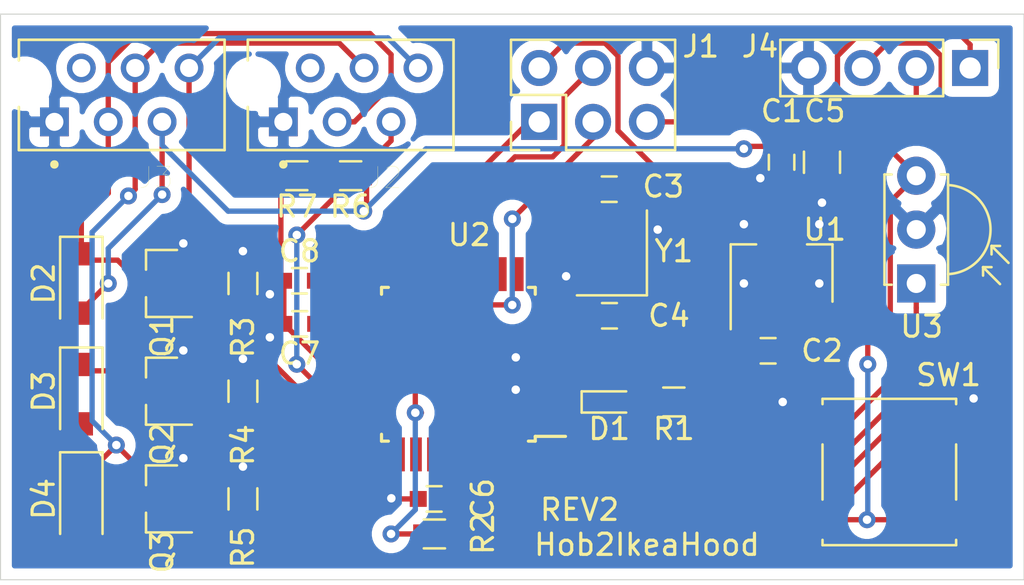
<source format=kicad_pcb>
(kicad_pcb (version 20171130) (host pcbnew 5.1.7)

  (general
    (thickness 1.6)
    (drawings 6)
    (tracks 311)
    (zones 0)
    (modules 31)
    (nets 36)
  )

  (page A4)
  (title_block
    (title hob2ikeahood)
    (date 2020-10-21)
    (rev v1)
    (company VeeMax)
    (comment 4 "Author: Maxime Vincent")
  )

  (layers
    (0 F.Cu signal)
    (31 B.Cu signal)
    (32 B.Adhes user)
    (33 F.Adhes user)
    (34 B.Paste user)
    (35 F.Paste user)
    (36 B.SilkS user)
    (37 F.SilkS user)
    (38 B.Mask user)
    (39 F.Mask user)
    (40 Dwgs.User user)
    (41 Cmts.User user)
    (42 Eco1.User user)
    (43 Eco2.User user)
    (44 Edge.Cuts user)
    (45 Margin user)
    (46 B.CrtYd user)
    (47 F.CrtYd user)
    (48 B.Fab user)
    (49 F.Fab user)
  )

  (setup
    (last_trace_width 0.25)
    (trace_clearance 0.2)
    (zone_clearance 0.508)
    (zone_45_only no)
    (trace_min 0.127)
    (via_size 0.8)
    (via_drill 0.4)
    (via_min_size 0.45)
    (via_min_drill 0.2)
    (uvia_size 0.3)
    (uvia_drill 0.1)
    (uvias_allowed no)
    (uvia_min_size 0.2)
    (uvia_min_drill 0.1)
    (edge_width 0.05)
    (segment_width 0.2)
    (pcb_text_width 0.3)
    (pcb_text_size 1.5 1.5)
    (mod_edge_width 0.12)
    (mod_text_size 1 1)
    (mod_text_width 0.15)
    (pad_size 1.524 1.524)
    (pad_drill 0.762)
    (pad_to_mask_clearance 0)
    (aux_axis_origin 0 0)
    (visible_elements FFFFFF7F)
    (pcbplotparams
      (layerselection 0x010fc_ffffffff)
      (usegerberextensions false)
      (usegerberattributes true)
      (usegerberadvancedattributes true)
      (creategerberjobfile true)
      (excludeedgelayer true)
      (linewidth 0.100000)
      (plotframeref false)
      (viasonmask false)
      (mode 1)
      (useauxorigin false)
      (hpglpennumber 1)
      (hpglpenspeed 20)
      (hpglpendiameter 15.000000)
      (psnegative false)
      (psa4output false)
      (plotreference true)
      (plotvalue true)
      (plotinvisibletext false)
      (padsonsilk false)
      (subtractmaskfromsilk false)
      (outputformat 1)
      (mirror false)
      (drillshape 0)
      (scaleselection 1)
      (outputdirectory "gerbers/"))
  )

  (net 0 "")
  (net 1 MOTOR_SML_OD)
  (net 2 VDC_IN)
  (net 3 MOTOR_LRG_OD)
  (net 4 LIGHT_OD)
  (net 5 "Net-(J2-Pad2)")
  (net 6 GND)
  (net 7 "Net-(J3-Pad2)")
  (net 8 +5V)
  (net 9 "Net-(C3-Pad1)")
  (net 10 "Net-(C4-Pad2)")
  (net 11 "Net-(D1-Pad1)")
  (net 12 MISO)
  (net 13 SCK)
  (net 14 MOSI)
  (net 15 RESET)
  (net 16 LIGHT_EN)
  (net 17 MOTOR_SML_EN)
  (net 18 MOTOR_LRG_EN)
  (net 19 "Net-(U2-Pad1)")
  (net 20 "Net-(U2-Pad2)")
  (net 21 IR)
  (net 22 "Net-(U2-Pad12)")
  (net 23 "Net-(U2-Pad13)")
  (net 24 "Net-(U2-Pad14)")
  (net 25 "Net-(U2-Pad19)")
  (net 26 "Net-(U2-Pad26)")
  (net 27 "Net-(U2-Pad27)")
  (net 28 "Net-(U2-Pad28)")
  (net 29 "Net-(R6-Pad2)")
  (net 30 "Net-(C7-Pad1)")
  (net 31 RX)
  (net 32 TX)
  (net 33 "Net-(U2-Pad9)")
  (net 34 "Net-(U2-Pad10)")
  (net 35 "Net-(U2-Pad11)")

  (net_class Default "This is the default net class."
    (clearance 0.2)
    (trace_width 0.25)
    (via_dia 0.8)
    (via_drill 0.4)
    (uvia_dia 0.3)
    (uvia_drill 0.1)
    (add_net +5V)
    (add_net GND)
    (add_net IR)
    (add_net LIGHT_EN)
    (add_net LIGHT_OD)
    (add_net MISO)
    (add_net MOSI)
    (add_net MOTOR_LRG_EN)
    (add_net MOTOR_LRG_OD)
    (add_net MOTOR_SML_EN)
    (add_net MOTOR_SML_OD)
    (add_net "Net-(C3-Pad1)")
    (add_net "Net-(C4-Pad2)")
    (add_net "Net-(C7-Pad1)")
    (add_net "Net-(D1-Pad1)")
    (add_net "Net-(J2-Pad2)")
    (add_net "Net-(J3-Pad2)")
    (add_net "Net-(R6-Pad2)")
    (add_net "Net-(U2-Pad1)")
    (add_net "Net-(U2-Pad10)")
    (add_net "Net-(U2-Pad11)")
    (add_net "Net-(U2-Pad12)")
    (add_net "Net-(U2-Pad13)")
    (add_net "Net-(U2-Pad14)")
    (add_net "Net-(U2-Pad19)")
    (add_net "Net-(U2-Pad2)")
    (add_net "Net-(U2-Pad26)")
    (add_net "Net-(U2-Pad27)")
    (add_net "Net-(U2-Pad28)")
    (add_net "Net-(U2-Pad9)")
    (add_net RESET)
    (add_net RX)
    (add_net SCK)
    (add_net TX)
    (add_net VDC_IN)
  )

  (module hob2hood:TE_215079-6 (layer F.Cu) (tedit 5FA26905) (tstamp 5F8E8D5A)
    (at 146.685 81.915 180)
    (path /5F9D25FD)
    (fp_text reference J2 (at -4.785 -2.635) (layer F.SilkS)
      (effects (font (size 1 1) (thickness 0.015)))
    )
    (fp_text value MAIN (at -0.975 5.135) (layer F.Fab)
      (effects (font (size 1 1) (thickness 0.015)))
    )
    (fp_circle (center 0 -2.008) (end 0.1 -2.008) (layer F.Fab) (width 0.2))
    (fp_circle (center 0 -2.008) (end 0.1 -2.008) (layer F.SilkS) (width 0.2))
    (fp_line (start -8.275 -1.58) (end 1.925 -1.58) (layer F.CrtYd) (width 0.05))
    (fp_line (start -8.275 4.12) (end -8.275 -1.58) (layer F.CrtYd) (width 0.05))
    (fp_line (start 1.925 4.12) (end -8.275 4.12) (layer F.CrtYd) (width 0.05))
    (fp_line (start 1.925 -1.58) (end 1.925 4.12) (layer F.CrtYd) (width 0.05))
    (fp_line (start -8.025 -1.33) (end 1.675 -1.33) (layer F.SilkS) (width 0.127))
    (fp_line (start -8.025 3.87) (end -8.025 -1.33) (layer F.SilkS) (width 0.127))
    (fp_line (start 1.675 3.87) (end -8.025 3.87) (layer F.SilkS) (width 0.127))
    (fp_line (start 1.675 2.9) (end 1.675 3.87) (layer F.SilkS) (width 0.127))
    (fp_line (start 1.675 -1.33) (end 1.675 0.7) (layer F.SilkS) (width 0.127))
    (fp_line (start -8.025 -1.33) (end 1.675 -1.33) (layer F.Fab) (width 0.127))
    (fp_line (start -8.025 3.87) (end -8.025 -1.33) (layer F.Fab) (width 0.127))
    (fp_line (start 1.675 3.87) (end -8.025 3.87) (layer F.Fab) (width 0.127))
    (fp_line (start 1.675 -1.33) (end 1.675 3.87) (layer F.Fab) (width 0.127))
    (pad None np_thru_hole circle (at 1.4 1.8 180) (size 1.55 1.55) (drill 1.55) (layers *.Cu *.Mask))
    (pad 6 thru_hole circle (at -6.35 2.54 180) (size 1.358 1.358) (drill 0.85) (layers *.Cu *.Mask)
      (net 1 MOTOR_SML_OD))
    (pad 5 thru_hole circle (at -5.08 0 180) (size 1.358 1.358) (drill 0.85) (layers *.Cu *.Mask)
      (net 2 VDC_IN))
    (pad 4 thru_hole circle (at -3.81 2.54 180) (size 1.358 1.358) (drill 0.85) (layers *.Cu *.Mask)
      (net 3 MOTOR_LRG_OD))
    (pad 3 thru_hole circle (at -2.54 0 180) (size 1.358 1.358) (drill 0.85) (layers *.Cu *.Mask)
      (net 4 LIGHT_OD))
    (pad 2 thru_hole circle (at -1.27 2.54 180) (size 1.358 1.358) (drill 0.85) (layers *.Cu *.Mask)
      (net 5 "Net-(J2-Pad2)"))
    (pad 1 thru_hole rect (at 0 0 180) (size 1.358 1.358) (drill 0.85) (layers *.Cu *.Mask)
      (net 6 GND))
    (model ${KIPRJMOD}/hob2hood.3dmodels/c-215079-6-t-3d.stp
      (offset (xyz -3 -1.3 3.5))
      (scale (xyz 1 1 1))
      (rotate (xyz 0 0 0))
    )
  )

  (module hob2hood:TE_215079-6 (layer F.Cu) (tedit 5FA26905) (tstamp 5F8E8D69)
    (at 135.89 81.915 180)
    (path /5F9BEB0F)
    (fp_text reference J3 (at -4.785 -2.635) (layer F.SilkS)
      (effects (font (size 1 1) (thickness 0.015)))
    )
    (fp_text value BUTTONS (at -0.975 5.135) (layer F.Fab)
      (effects (font (size 1 1) (thickness 0.015)))
    )
    (fp_circle (center 0 -2.008) (end 0.1 -2.008) (layer F.Fab) (width 0.2))
    (fp_circle (center 0 -2.008) (end 0.1 -2.008) (layer F.SilkS) (width 0.2))
    (fp_line (start -8.275 -1.58) (end 1.925 -1.58) (layer F.CrtYd) (width 0.05))
    (fp_line (start -8.275 4.12) (end -8.275 -1.58) (layer F.CrtYd) (width 0.05))
    (fp_line (start 1.925 4.12) (end -8.275 4.12) (layer F.CrtYd) (width 0.05))
    (fp_line (start 1.925 -1.58) (end 1.925 4.12) (layer F.CrtYd) (width 0.05))
    (fp_line (start -8.025 -1.33) (end 1.675 -1.33) (layer F.SilkS) (width 0.127))
    (fp_line (start -8.025 3.87) (end -8.025 -1.33) (layer F.SilkS) (width 0.127))
    (fp_line (start 1.675 3.87) (end -8.025 3.87) (layer F.SilkS) (width 0.127))
    (fp_line (start 1.675 2.9) (end 1.675 3.87) (layer F.SilkS) (width 0.127))
    (fp_line (start 1.675 -1.33) (end 1.675 0.7) (layer F.SilkS) (width 0.127))
    (fp_line (start -8.025 -1.33) (end 1.675 -1.33) (layer F.Fab) (width 0.127))
    (fp_line (start -8.025 3.87) (end -8.025 -1.33) (layer F.Fab) (width 0.127))
    (fp_line (start 1.675 3.87) (end -8.025 3.87) (layer F.Fab) (width 0.127))
    (fp_line (start 1.675 -1.33) (end 1.675 3.87) (layer F.Fab) (width 0.127))
    (pad None np_thru_hole circle (at 1.4 1.8 180) (size 1.55 1.55) (drill 1.55) (layers *.Cu *.Mask))
    (pad 6 thru_hole circle (at -6.35 2.54 180) (size 1.358 1.358) (drill 0.85) (layers *.Cu *.Mask)
      (net 1 MOTOR_SML_OD))
    (pad 5 thru_hole circle (at -5.08 0 180) (size 1.358 1.358) (drill 0.85) (layers *.Cu *.Mask)
      (net 2 VDC_IN))
    (pad 4 thru_hole circle (at -3.81 2.54 180) (size 1.358 1.358) (drill 0.85) (layers *.Cu *.Mask)
      (net 3 MOTOR_LRG_OD))
    (pad 3 thru_hole circle (at -2.54 0 180) (size 1.358 1.358) (drill 0.85) (layers *.Cu *.Mask)
      (net 4 LIGHT_OD))
    (pad 2 thru_hole circle (at -1.27 2.54 180) (size 1.358 1.358) (drill 0.85) (layers *.Cu *.Mask)
      (net 7 "Net-(J3-Pad2)"))
    (pad 1 thru_hole rect (at 0 0 180) (size 1.358 1.358) (drill 0.85) (layers *.Cu *.Mask)
      (net 6 GND))
    (model ${KIPRJMOD}/hob2hood.3dmodels/c-215079-6-t-3d.stp
      (offset (xyz -3 -1.3 3.5))
      (scale (xyz 1 1 1))
      (rotate (xyz 0 0 0))
    )
  )

  (module Diodes_SMD:D_SOD-123F (layer F.Cu) (tedit 587F7769) (tstamp 5F8FD643)
    (at 137.16 99.695 270)
    (descr D_SOD-123F)
    (tags D_SOD-123F)
    (path /5FAEFF0B)
    (attr smd)
    (fp_text reference D4 (at 0 1.778 90) (layer F.SilkS)
      (effects (font (size 1 1) (thickness 0.15)))
    )
    (fp_text value DIODE (at 0 2.1 90) (layer F.Fab)
      (effects (font (size 1 1) (thickness 0.15)))
    )
    (fp_line (start -2.2 -1) (end -2.2 1) (layer F.SilkS) (width 0.12))
    (fp_line (start 0.25 0) (end 0.75 0) (layer F.Fab) (width 0.1))
    (fp_line (start 0.25 0.4) (end -0.35 0) (layer F.Fab) (width 0.1))
    (fp_line (start 0.25 -0.4) (end 0.25 0.4) (layer F.Fab) (width 0.1))
    (fp_line (start -0.35 0) (end 0.25 -0.4) (layer F.Fab) (width 0.1))
    (fp_line (start -0.35 0) (end -0.35 0.55) (layer F.Fab) (width 0.1))
    (fp_line (start -0.35 0) (end -0.35 -0.55) (layer F.Fab) (width 0.1))
    (fp_line (start -0.75 0) (end -0.35 0) (layer F.Fab) (width 0.1))
    (fp_line (start -1.4 0.9) (end -1.4 -0.9) (layer F.Fab) (width 0.1))
    (fp_line (start 1.4 0.9) (end -1.4 0.9) (layer F.Fab) (width 0.1))
    (fp_line (start 1.4 -0.9) (end 1.4 0.9) (layer F.Fab) (width 0.1))
    (fp_line (start -1.4 -0.9) (end 1.4 -0.9) (layer F.Fab) (width 0.1))
    (fp_line (start -2.2 -1.15) (end 2.2 -1.15) (layer F.CrtYd) (width 0.05))
    (fp_line (start 2.2 -1.15) (end 2.2 1.15) (layer F.CrtYd) (width 0.05))
    (fp_line (start 2.2 1.15) (end -2.2 1.15) (layer F.CrtYd) (width 0.05))
    (fp_line (start -2.2 -1.15) (end -2.2 1.15) (layer F.CrtYd) (width 0.05))
    (fp_line (start -2.2 1) (end 1.65 1) (layer F.SilkS) (width 0.12))
    (fp_line (start -2.2 -1) (end 1.65 -1) (layer F.SilkS) (width 0.12))
    (fp_text user %R (at -0.127 -1.905 90) (layer F.Fab)
      (effects (font (size 1 1) (thickness 0.15)))
    )
    (pad 1 smd rect (at -1.4 0 270) (size 1.1 1.1) (layers F.Cu F.Paste F.Mask)
      (net 3 MOTOR_LRG_OD))
    (pad 2 smd rect (at 1.4 0 270) (size 1.1 1.1) (layers F.Cu F.Paste F.Mask)
      (net 2 VDC_IN))
    (model ${KISYS3DMOD}/Diodes_SMD.3dshapes/D_SOD-123F.wrl
      (at (xyz 0 0 0))
      (scale (xyz 1 1 1))
      (rotate (xyz 0 0 0))
    )
    (model ${KISYS3DMOD}/Diode_SMD.3dshapes/D_SOD-123F.wrl
      (at (xyz 0 0 0))
      (scale (xyz 1 1 1))
      (rotate (xyz 0 0 0))
    )
  )

  (module Diodes_SMD:D_SOD-123F (layer F.Cu) (tedit 587F7769) (tstamp 5F8FD640)
    (at 137.16 94.7547 270)
    (descr D_SOD-123F)
    (tags D_SOD-123F)
    (path /5FAEF27E)
    (attr smd)
    (fp_text reference D3 (at -0.127 1.778 90) (layer F.SilkS)
      (effects (font (size 1 1) (thickness 0.15)))
    )
    (fp_text value DIODE (at 0 2.1 90) (layer F.Fab)
      (effects (font (size 1 1) (thickness 0.15)))
    )
    (fp_line (start -2.2 -1) (end -2.2 1) (layer F.SilkS) (width 0.12))
    (fp_line (start 0.25 0) (end 0.75 0) (layer F.Fab) (width 0.1))
    (fp_line (start 0.25 0.4) (end -0.35 0) (layer F.Fab) (width 0.1))
    (fp_line (start 0.25 -0.4) (end 0.25 0.4) (layer F.Fab) (width 0.1))
    (fp_line (start -0.35 0) (end 0.25 -0.4) (layer F.Fab) (width 0.1))
    (fp_line (start -0.35 0) (end -0.35 0.55) (layer F.Fab) (width 0.1))
    (fp_line (start -0.35 0) (end -0.35 -0.55) (layer F.Fab) (width 0.1))
    (fp_line (start -0.75 0) (end -0.35 0) (layer F.Fab) (width 0.1))
    (fp_line (start -1.4 0.9) (end -1.4 -0.9) (layer F.Fab) (width 0.1))
    (fp_line (start 1.4 0.9) (end -1.4 0.9) (layer F.Fab) (width 0.1))
    (fp_line (start 1.4 -0.9) (end 1.4 0.9) (layer F.Fab) (width 0.1))
    (fp_line (start -1.4 -0.9) (end 1.4 -0.9) (layer F.Fab) (width 0.1))
    (fp_line (start -2.2 -1.15) (end 2.2 -1.15) (layer F.CrtYd) (width 0.05))
    (fp_line (start 2.2 -1.15) (end 2.2 1.15) (layer F.CrtYd) (width 0.05))
    (fp_line (start 2.2 1.15) (end -2.2 1.15) (layer F.CrtYd) (width 0.05))
    (fp_line (start -2.2 -1.15) (end -2.2 1.15) (layer F.CrtYd) (width 0.05))
    (fp_line (start -2.2 1) (end 1.65 1) (layer F.SilkS) (width 0.12))
    (fp_line (start -2.2 -1) (end 1.65 -1) (layer F.SilkS) (width 0.12))
    (fp_text user %R (at -0.127 -1.905 90) (layer F.Fab)
      (effects (font (size 1 1) (thickness 0.15)))
    )
    (pad 1 smd rect (at -1.4 0 270) (size 1.1 1.1) (layers F.Cu F.Paste F.Mask)
      (net 1 MOTOR_SML_OD))
    (pad 2 smd rect (at 1.4 0 270) (size 1.1 1.1) (layers F.Cu F.Paste F.Mask)
      (net 2 VDC_IN))
    (model ${KISYS3DMOD}/Diodes_SMD.3dshapes/D_SOD-123F.wrl
      (at (xyz 0 0 0))
      (scale (xyz 1 1 1))
      (rotate (xyz 0 0 0))
    )
    (model ${KISYS3DMOD}/Diode_SMD.3dshapes/D_SOD-123F.wrl
      (at (xyz 0 0 0))
      (scale (xyz 1 1 1))
      (rotate (xyz 0 0 0))
    )
  )

  (module Diodes_SMD:D_SOD-123F (layer F.Cu) (tedit 587F7769) (tstamp 5F95E6DC)
    (at 137.16 89.535 270)
    (descr D_SOD-123F)
    (tags D_SOD-123F)
    (path /5FAEA609)
    (attr smd)
    (fp_text reference D2 (at 0 1.778 90) (layer F.SilkS)
      (effects (font (size 1 1) (thickness 0.15)))
    )
    (fp_text value DIODE (at 0 2.1 90) (layer F.Fab)
      (effects (font (size 1 1) (thickness 0.15)))
    )
    (fp_line (start -2.2 -1) (end -2.2 1) (layer F.SilkS) (width 0.12))
    (fp_line (start 0.25 0) (end 0.75 0) (layer F.Fab) (width 0.1))
    (fp_line (start 0.25 0.4) (end -0.35 0) (layer F.Fab) (width 0.1))
    (fp_line (start 0.25 -0.4) (end 0.25 0.4) (layer F.Fab) (width 0.1))
    (fp_line (start -0.35 0) (end 0.25 -0.4) (layer F.Fab) (width 0.1))
    (fp_line (start -0.35 0) (end -0.35 0.55) (layer F.Fab) (width 0.1))
    (fp_line (start -0.35 0) (end -0.35 -0.55) (layer F.Fab) (width 0.1))
    (fp_line (start -0.75 0) (end -0.35 0) (layer F.Fab) (width 0.1))
    (fp_line (start -1.4 0.9) (end -1.4 -0.9) (layer F.Fab) (width 0.1))
    (fp_line (start 1.4 0.9) (end -1.4 0.9) (layer F.Fab) (width 0.1))
    (fp_line (start 1.4 -0.9) (end 1.4 0.9) (layer F.Fab) (width 0.1))
    (fp_line (start -1.4 -0.9) (end 1.4 -0.9) (layer F.Fab) (width 0.1))
    (fp_line (start -2.2 -1.15) (end 2.2 -1.15) (layer F.CrtYd) (width 0.05))
    (fp_line (start 2.2 -1.15) (end 2.2 1.15) (layer F.CrtYd) (width 0.05))
    (fp_line (start 2.2 1.15) (end -2.2 1.15) (layer F.CrtYd) (width 0.05))
    (fp_line (start -2.2 -1.15) (end -2.2 1.15) (layer F.CrtYd) (width 0.05))
    (fp_line (start -2.2 1) (end 1.65 1) (layer F.SilkS) (width 0.12))
    (fp_line (start -2.2 -1) (end 1.65 -1) (layer F.SilkS) (width 0.12))
    (fp_text user %R (at -0.127 -1.905 90) (layer F.Fab)
      (effects (font (size 1 1) (thickness 0.15)))
    )
    (pad 1 smd rect (at -1.4 0 270) (size 1.1 1.1) (layers F.Cu F.Paste F.Mask)
      (net 4 LIGHT_OD))
    (pad 2 smd rect (at 1.4 0 270) (size 1.1 1.1) (layers F.Cu F.Paste F.Mask)
      (net 2 VDC_IN))
    (model ${KISYS3DMOD}/Diode_SMD.3dshapes/D_SOD-123F.wrl
      (at (xyz 0 0 0))
      (scale (xyz 1 1 1))
      (rotate (xyz 0 0 0))
    )
  )

  (module Resistors_SMD:R_0603 (layer F.Cu) (tedit 58E0A804) (tstamp 5F8F2548)
    (at 165.1 95.123)
    (descr "Resistor SMD 0603, reflow soldering, Vishay (see dcrcw.pdf)")
    (tags "resistor 0603")
    (path /5F8E9A45)
    (attr smd)
    (fp_text reference R1 (at 0 1.27) (layer F.SilkS)
      (effects (font (size 1 1) (thickness 0.15)))
    )
    (fp_text value 330R (at 0 1.5) (layer F.Fab)
      (effects (font (size 1 1) (thickness 0.15)))
    )
    (fp_line (start 1.25 0.7) (end -1.25 0.7) (layer F.CrtYd) (width 0.05))
    (fp_line (start 1.25 0.7) (end 1.25 -0.7) (layer F.CrtYd) (width 0.05))
    (fp_line (start -1.25 -0.7) (end -1.25 0.7) (layer F.CrtYd) (width 0.05))
    (fp_line (start -1.25 -0.7) (end 1.25 -0.7) (layer F.CrtYd) (width 0.05))
    (fp_line (start -0.5 -0.68) (end 0.5 -0.68) (layer F.SilkS) (width 0.12))
    (fp_line (start 0.5 0.68) (end -0.5 0.68) (layer F.SilkS) (width 0.12))
    (fp_line (start -0.8 -0.4) (end 0.8 -0.4) (layer F.Fab) (width 0.1))
    (fp_line (start 0.8 -0.4) (end 0.8 0.4) (layer F.Fab) (width 0.1))
    (fp_line (start 0.8 0.4) (end -0.8 0.4) (layer F.Fab) (width 0.1))
    (fp_line (start -0.8 0.4) (end -0.8 -0.4) (layer F.Fab) (width 0.1))
    (fp_text user %R (at 0 0) (layer F.Fab)
      (effects (font (size 0.4 0.4) (thickness 0.075)))
    )
    (pad 1 smd rect (at -0.75 0) (size 0.5 0.9) (layers F.Cu F.Paste F.Mask)
      (net 11 "Net-(D1-Pad1)"))
    (pad 2 smd rect (at 0.75 0) (size 0.5 0.9) (layers F.Cu F.Paste F.Mask)
      (net 6 GND))
    (model ${KISYS3DMOD}/Resistors_SMD.3dshapes/R_0603.wrl
      (at (xyz 0 0 0))
      (scale (xyz 1 1 1))
      (rotate (xyz 0 0 0))
    )
    (model ${KISYS3DMOD}/Resistor_SMD.3dshapes/R_0603_1608Metric.wrl
      (at (xyz 0 0 0))
      (scale (xyz 1 1 1))
      (rotate (xyz 0 0 0))
    )
  )

  (module LEDs:LED_0603 (layer F.Cu) (tedit 57FE93A5) (tstamp 5F8F2501)
    (at 162.052 95.123)
    (descr "LED 0603 smd package")
    (tags "LED led 0603 SMD smd SMT smt smdled SMDLED smtled SMTLED")
    (path /5F8EAE64)
    (attr smd)
    (fp_text reference D1 (at 0 1.27) (layer F.SilkS)
      (effects (font (size 1 1) (thickness 0.15)))
    )
    (fp_text value BLUE (at 0 1.35) (layer F.Fab)
      (effects (font (size 1 1) (thickness 0.15)))
    )
    (fp_line (start -1.45 -0.65) (end 1.45 -0.65) (layer F.CrtYd) (width 0.05))
    (fp_line (start -1.45 0.65) (end -1.45 -0.65) (layer F.CrtYd) (width 0.05))
    (fp_line (start 1.45 0.65) (end -1.45 0.65) (layer F.CrtYd) (width 0.05))
    (fp_line (start 1.45 -0.65) (end 1.45 0.65) (layer F.CrtYd) (width 0.05))
    (fp_line (start -1.3 -0.5) (end 0.8 -0.5) (layer F.SilkS) (width 0.12))
    (fp_line (start -1.3 0.5) (end 0.8 0.5) (layer F.SilkS) (width 0.12))
    (fp_line (start -0.8 0.4) (end -0.8 -0.4) (layer F.Fab) (width 0.1))
    (fp_line (start -0.8 -0.4) (end 0.8 -0.4) (layer F.Fab) (width 0.1))
    (fp_line (start 0.8 -0.4) (end 0.8 0.4) (layer F.Fab) (width 0.1))
    (fp_line (start 0.8 0.4) (end -0.8 0.4) (layer F.Fab) (width 0.1))
    (fp_line (start 0.15 -0.2) (end 0.15 0.2) (layer F.Fab) (width 0.1))
    (fp_line (start 0.15 0.2) (end -0.15 0) (layer F.Fab) (width 0.1))
    (fp_line (start -0.15 0) (end 0.15 -0.2) (layer F.Fab) (width 0.1))
    (fp_line (start -0.2 -0.2) (end -0.2 0.2) (layer F.Fab) (width 0.1))
    (fp_line (start -1.3 -0.5) (end -1.3 0.5) (layer F.SilkS) (width 0.12))
    (pad 2 smd rect (at 0.8 0 180) (size 0.8 0.8) (layers F.Cu F.Paste F.Mask)
      (net 8 +5V))
    (pad 1 smd rect (at -0.8 0 180) (size 0.8 0.8) (layers F.Cu F.Paste F.Mask)
      (net 11 "Net-(D1-Pad1)"))
    (model ${KISYS3DMOD}/LEDs.3dshapes/LED_0603.wrl
      (at (xyz 0 0 0))
      (scale (xyz 1 1 1))
      (rotate (xyz 0 0 180))
    )
    (model ${KISYS3DMOD}/LED_SMD.3dshapes/LED_0603_1608Metric.wrl
      (at (xyz 0 0 0))
      (scale (xyz 1 1 1))
      (rotate (xyz 0 0 0))
    )
  )

  (module Capacitors_SMD:C_0603 (layer F.Cu) (tedit 59958EE7) (tstamp 5F9010D0)
    (at 147.459 91.44 180)
    (descr "Capacitor SMD 0603, reflow soldering, AVX (see smccp.pdf)")
    (tags "capacitor 0603")
    (path /5FE51753)
    (attr smd)
    (fp_text reference C7 (at 0.012 -1.397) (layer F.SilkS)
      (effects (font (size 1 1) (thickness 0.15)))
    )
    (fp_text value 0.1u (at 0 1.5) (layer F.Fab)
      (effects (font (size 1 1) (thickness 0.15)))
    )
    (fp_line (start 1.4 0.65) (end -1.4 0.65) (layer F.CrtYd) (width 0.05))
    (fp_line (start 1.4 0.65) (end 1.4 -0.65) (layer F.CrtYd) (width 0.05))
    (fp_line (start -1.4 -0.65) (end -1.4 0.65) (layer F.CrtYd) (width 0.05))
    (fp_line (start -1.4 -0.65) (end 1.4 -0.65) (layer F.CrtYd) (width 0.05))
    (fp_line (start 0.35 0.6) (end -0.35 0.6) (layer F.SilkS) (width 0.12))
    (fp_line (start -0.35 -0.6) (end 0.35 -0.6) (layer F.SilkS) (width 0.12))
    (fp_line (start -0.8 -0.4) (end 0.8 -0.4) (layer F.Fab) (width 0.1))
    (fp_line (start 0.8 -0.4) (end 0.8 0.4) (layer F.Fab) (width 0.1))
    (fp_line (start 0.8 0.4) (end -0.8 0.4) (layer F.Fab) (width 0.1))
    (fp_line (start -0.8 0.4) (end -0.8 -0.4) (layer F.Fab) (width 0.1))
    (fp_text user %R (at 0 0) (layer F.Fab)
      (effects (font (size 0.3 0.3) (thickness 0.075)))
    )
    (pad 2 smd rect (at 0.75 0 180) (size 0.8 0.75) (layers F.Cu F.Paste F.Mask)
      (net 6 GND))
    (pad 1 smd rect (at -0.75 0 180) (size 0.8 0.75) (layers F.Cu F.Paste F.Mask)
      (net 30 "Net-(C7-Pad1)"))
    (model Capacitors_SMD.3dshapes/C_0603.wrl
      (at (xyz 0 0 0))
      (scale (xyz 1 1 1))
      (rotate (xyz 0 0 0))
    )
    (model ${KISYS3DMOD}/Capacitor_SMD.3dshapes/C_0603_1608Metric.wrl
      (at (xyz 0 0 0))
      (scale (xyz 1 1 1))
      (rotate (xyz 0 0 0))
    )
  )

  (module Crystals:Crystal_SMD_3225-4pin_3.2x2.5mm (layer F.Cu) (tedit 58CD2E9C) (tstamp 5F9143DA)
    (at 162.179 88.095 90)
    (descr "SMD Crystal SERIES SMD3225/4 http://www.txccrystal.com/images/pdf/7m-accuracy.pdf, 3.2x2.5mm^2 package")
    (tags "SMD SMT crystal")
    (path /5FBF7738)
    (attr smd)
    (fp_text reference Y1 (at 0.084 2.921) (layer F.SilkS)
      (effects (font (size 1 1) (thickness 0.15)))
    )
    (fp_text value 16MHz (at 0 2.45 90) (layer F.Fab)
      (effects (font (size 1 1) (thickness 0.15)))
    )
    (fp_line (start 2.1 -1.7) (end -2.1 -1.7) (layer F.CrtYd) (width 0.05))
    (fp_line (start 2.1 1.7) (end 2.1 -1.7) (layer F.CrtYd) (width 0.05))
    (fp_line (start -2.1 1.7) (end 2.1 1.7) (layer F.CrtYd) (width 0.05))
    (fp_line (start -2.1 -1.7) (end -2.1 1.7) (layer F.CrtYd) (width 0.05))
    (fp_line (start -2 1.65) (end 2 1.65) (layer F.SilkS) (width 0.12))
    (fp_line (start -2 -1.65) (end -2 1.65) (layer F.SilkS) (width 0.12))
    (fp_line (start -1.6 0.25) (end -0.6 1.25) (layer F.Fab) (width 0.1))
    (fp_line (start 1.6 -1.25) (end -1.6 -1.25) (layer F.Fab) (width 0.1))
    (fp_line (start 1.6 1.25) (end 1.6 -1.25) (layer F.Fab) (width 0.1))
    (fp_line (start -1.6 1.25) (end 1.6 1.25) (layer F.Fab) (width 0.1))
    (fp_line (start -1.6 -1.25) (end -1.6 1.25) (layer F.Fab) (width 0.1))
    (fp_text user %R (at 0 0 90) (layer F.Fab)
      (effects (font (size 0.7 0.7) (thickness 0.105)))
    )
    (pad 1 smd rect (at -1.1 0.85 90) (size 1.4 1.2) (layers F.Cu F.Paste F.Mask)
      (net 10 "Net-(C4-Pad2)"))
    (pad 2 smd rect (at 1.1 0.85 90) (size 1.4 1.2) (layers F.Cu F.Paste F.Mask)
      (net 6 GND))
    (pad 3 smd rect (at 1.1 -0.85 90) (size 1.4 1.2) (layers F.Cu F.Paste F.Mask)
      (net 9 "Net-(C3-Pad1)"))
    (pad 4 smd rect (at -1.1 -0.85 90) (size 1.4 1.2) (layers F.Cu F.Paste F.Mask)
      (net 6 GND))
    (model ${KISYS3DMOD}/Crystals.3dshapes/Crystal_SMD_3225-4pin_3.2x2.5mm.wrl
      (at (xyz 0 0 0))
      (scale (xyz 1 1 1))
      (rotate (xyz 0 0 0))
    )
    (model ${KISYS3DMOD}/Crystal.3dshapes/Crystal_SMD_3225-4Pin_3.2x2.5mm.wrl
      (at (xyz 0 0 0))
      (scale (xyz 1 1 1))
      (rotate (xyz 0 0 0))
    )
  )

  (module Capacitors_SMD:C_0603 (layer F.Cu) (tedit 59958EE7) (tstamp 5F914637)
    (at 162.052 85.09)
    (descr "Capacitor SMD 0603, reflow soldering, AVX (see smccp.pdf)")
    (tags "capacitor 0603")
    (path /5F8F8B03)
    (attr smd)
    (fp_text reference C3 (at 2.552 -0.127 180) (layer F.SilkS)
      (effects (font (size 1 1) (thickness 0.15)))
    )
    (fp_text value 9p (at 2.54 1.5) (layer F.Fab)
      (effects (font (size 1 1) (thickness 0.15)))
    )
    (fp_line (start -0.8 0.4) (end -0.8 -0.4) (layer F.Fab) (width 0.1))
    (fp_line (start 0.8 0.4) (end -0.8 0.4) (layer F.Fab) (width 0.1))
    (fp_line (start 0.8 -0.4) (end 0.8 0.4) (layer F.Fab) (width 0.1))
    (fp_line (start -0.8 -0.4) (end 0.8 -0.4) (layer F.Fab) (width 0.1))
    (fp_line (start -0.35 -0.6) (end 0.35 -0.6) (layer F.SilkS) (width 0.12))
    (fp_line (start 0.35 0.6) (end -0.35 0.6) (layer F.SilkS) (width 0.12))
    (fp_line (start -1.4 -0.65) (end 1.4 -0.65) (layer F.CrtYd) (width 0.05))
    (fp_line (start -1.4 -0.65) (end -1.4 0.65) (layer F.CrtYd) (width 0.05))
    (fp_line (start 1.4 0.65) (end 1.4 -0.65) (layer F.CrtYd) (width 0.05))
    (fp_line (start 1.4 0.65) (end -1.4 0.65) (layer F.CrtYd) (width 0.05))
    (fp_text user %R (at 0 0) (layer F.Fab)
      (effects (font (size 0.3 0.3) (thickness 0.075)))
    )
    (pad 2 smd rect (at 0.75 0) (size 0.8 0.75) (layers F.Cu F.Paste F.Mask)
      (net 6 GND))
    (pad 1 smd rect (at -0.75 0) (size 0.8 0.75) (layers F.Cu F.Paste F.Mask)
      (net 9 "Net-(C3-Pad1)"))
    (model Capacitors_SMD.3dshapes/C_0603.wrl
      (at (xyz 0 0 0))
      (scale (xyz 1 1 1))
      (rotate (xyz 0 0 0))
    )
    (model ${KISYS3DMOD}/Capacitor_SMD.3dshapes/C_0603_1608Metric.wrl
      (at (xyz 0 0 0))
      (scale (xyz 1 1 1))
      (rotate (xyz 0 0 0))
    )
  )

  (module Pin_Headers:Pin_Header_Straight_1x04_Pitch2.54mm (layer F.Cu) (tedit 59650532) (tstamp 5F907ECD)
    (at 179.07 79.375 270)
    (descr "Through hole straight pin header, 1x04, 2.54mm pitch, single row")
    (tags "Through hole pin header THT 1x04 2.54mm single row")
    (path /5F912293)
    (fp_text reference J4 (at -1.016 9.906 180) (layer F.SilkS)
      (effects (font (size 1 1) (thickness 0.15)))
    )
    (fp_text value UART (at 0 9.95 90) (layer F.Fab)
      (effects (font (size 1 1) (thickness 0.15)))
    )
    (fp_line (start 1.8 -1.8) (end -1.8 -1.8) (layer F.CrtYd) (width 0.05))
    (fp_line (start 1.8 9.4) (end 1.8 -1.8) (layer F.CrtYd) (width 0.05))
    (fp_line (start -1.8 9.4) (end 1.8 9.4) (layer F.CrtYd) (width 0.05))
    (fp_line (start -1.8 -1.8) (end -1.8 9.4) (layer F.CrtYd) (width 0.05))
    (fp_line (start -1.33 -1.33) (end 0 -1.33) (layer F.SilkS) (width 0.12))
    (fp_line (start -1.33 0) (end -1.33 -1.33) (layer F.SilkS) (width 0.12))
    (fp_line (start -1.33 1.27) (end 1.33 1.27) (layer F.SilkS) (width 0.12))
    (fp_line (start 1.33 1.27) (end 1.33 8.95) (layer F.SilkS) (width 0.12))
    (fp_line (start -1.33 1.27) (end -1.33 8.95) (layer F.SilkS) (width 0.12))
    (fp_line (start -1.33 8.95) (end 1.33 8.95) (layer F.SilkS) (width 0.12))
    (fp_line (start -1.27 -0.635) (end -0.635 -1.27) (layer F.Fab) (width 0.1))
    (fp_line (start -1.27 8.89) (end -1.27 -0.635) (layer F.Fab) (width 0.1))
    (fp_line (start 1.27 8.89) (end -1.27 8.89) (layer F.Fab) (width 0.1))
    (fp_line (start 1.27 -1.27) (end 1.27 8.89) (layer F.Fab) (width 0.1))
    (fp_line (start -0.635 -1.27) (end 1.27 -1.27) (layer F.Fab) (width 0.1))
    (fp_text user %R (at 0 3.81) (layer F.Fab)
      (effects (font (size 1 1) (thickness 0.15)))
    )
    (pad 1 thru_hole rect (at 0 0 270) (size 1.7 1.7) (drill 1) (layers *.Cu *.Mask)
      (net 8 +5V))
    (pad 2 thru_hole oval (at 0 2.54 270) (size 1.7 1.7) (drill 1) (layers *.Cu *.Mask)
      (net 32 TX))
    (pad 3 thru_hole oval (at 0 5.08 270) (size 1.7 1.7) (drill 1) (layers *.Cu *.Mask)
      (net 31 RX))
    (pad 4 thru_hole oval (at 0 7.62 270) (size 1.7 1.7) (drill 1) (layers *.Cu *.Mask)
      (net 6 GND))
    (model ${KISYS3DMOD}/Pin_Headers.3dshapes/Pin_Header_Straight_1x04_Pitch2.54mm.wrl
      (at (xyz 0 0 0))
      (scale (xyz 1 1 1))
      (rotate (xyz 0 0 0))
    )
    (model ${KISYS3DMOD}/Connector_PinHeader_2.54mm.3dshapes/PinHeader_1x04_P2.54mm_Vertical.step
      (at (xyz 0 0 0))
      (scale (xyz 1 1 1))
      (rotate (xyz 0 0 0))
    )
  )

  (module Capacitors_SMD:C_0603 (layer F.Cu) (tedit 59958EE7) (tstamp 5F9010D3)
    (at 147.447 89.408 180)
    (descr "Capacitor SMD 0603, reflow soldering, AVX (see smccp.pdf)")
    (tags "capacitor 0603")
    (path /5FE61746)
    (attr smd)
    (fp_text reference C8 (at 0 1.397) (layer F.SilkS)
      (effects (font (size 1 1) (thickness 0.15)))
    )
    (fp_text value 0.1u (at 0 1.5) (layer F.Fab)
      (effects (font (size 1 1) (thickness 0.15)))
    )
    (fp_line (start 1.4 0.65) (end -1.4 0.65) (layer F.CrtYd) (width 0.05))
    (fp_line (start 1.4 0.65) (end 1.4 -0.65) (layer F.CrtYd) (width 0.05))
    (fp_line (start -1.4 -0.65) (end -1.4 0.65) (layer F.CrtYd) (width 0.05))
    (fp_line (start -1.4 -0.65) (end 1.4 -0.65) (layer F.CrtYd) (width 0.05))
    (fp_line (start 0.35 0.6) (end -0.35 0.6) (layer F.SilkS) (width 0.12))
    (fp_line (start -0.35 -0.6) (end 0.35 -0.6) (layer F.SilkS) (width 0.12))
    (fp_line (start -0.8 -0.4) (end 0.8 -0.4) (layer F.Fab) (width 0.1))
    (fp_line (start 0.8 -0.4) (end 0.8 0.4) (layer F.Fab) (width 0.1))
    (fp_line (start 0.8 0.4) (end -0.8 0.4) (layer F.Fab) (width 0.1))
    (fp_line (start -0.8 0.4) (end -0.8 -0.4) (layer F.Fab) (width 0.1))
    (fp_text user %R (at 0 0) (layer F.Fab)
      (effects (font (size 0.3 0.3) (thickness 0.075)))
    )
    (pad 2 smd rect (at 0.75 0 180) (size 0.8 0.75) (layers F.Cu F.Paste F.Mask)
      (net 6 GND))
    (pad 1 smd rect (at -0.75 0 180) (size 0.8 0.75) (layers F.Cu F.Paste F.Mask)
      (net 8 +5V))
    (model Capacitors_SMD.3dshapes/C_0603.wrl
      (at (xyz 0 0 0))
      (scale (xyz 1 1 1))
      (rotate (xyz 0 0 0))
    )
    (model ${KISYS3DMOD}/Capacitor_SMD.3dshapes/C_0603_1608Metric.wrl
      (at (xyz 0 0 0))
      (scale (xyz 1 1 1))
      (rotate (xyz 0 0 0))
    )
  )

  (module Resistors_SMD:R_0603 (layer F.Cu) (tedit 58E0A804) (tstamp 5F8FD79F)
    (at 147.32 84.455 180)
    (descr "Resistor SMD 0603, reflow soldering, Vishay (see dcrcw.pdf)")
    (tags "resistor 0603")
    (path /5FA5B5E7)
    (attr smd)
    (fp_text reference R7 (at 0 -1.45) (layer F.SilkS)
      (effects (font (size 1 1) (thickness 0.15)))
    )
    (fp_text value 68k (at 0 1.5) (layer F.Fab)
      (effects (font (size 1 1) (thickness 0.15)))
    )
    (fp_line (start 1.25 0.7) (end -1.25 0.7) (layer F.CrtYd) (width 0.05))
    (fp_line (start 1.25 0.7) (end 1.25 -0.7) (layer F.CrtYd) (width 0.05))
    (fp_line (start -1.25 -0.7) (end -1.25 0.7) (layer F.CrtYd) (width 0.05))
    (fp_line (start -1.25 -0.7) (end 1.25 -0.7) (layer F.CrtYd) (width 0.05))
    (fp_line (start -0.5 -0.68) (end 0.5 -0.68) (layer F.SilkS) (width 0.12))
    (fp_line (start 0.5 0.68) (end -0.5 0.68) (layer F.SilkS) (width 0.12))
    (fp_line (start -0.8 -0.4) (end 0.8 -0.4) (layer F.Fab) (width 0.1))
    (fp_line (start 0.8 -0.4) (end 0.8 0.4) (layer F.Fab) (width 0.1))
    (fp_line (start 0.8 0.4) (end -0.8 0.4) (layer F.Fab) (width 0.1))
    (fp_line (start -0.8 0.4) (end -0.8 -0.4) (layer F.Fab) (width 0.1))
    (fp_text user %R (at 0 0) (layer F.Fab)
      (effects (font (size 0.4 0.4) (thickness 0.075)))
    )
    (pad 1 smd rect (at -0.75 0 180) (size 0.5 0.9) (layers F.Cu F.Paste F.Mask)
      (net 29 "Net-(R6-Pad2)"))
    (pad 2 smd rect (at 0.75 0 180) (size 0.5 0.9) (layers F.Cu F.Paste F.Mask)
      (net 6 GND))
    (model ${KISYS3DMOD}/Resistors_SMD.3dshapes/R_0603.wrl
      (at (xyz 0 0 0))
      (scale (xyz 1 1 1))
      (rotate (xyz 0 0 0))
    )
    (model ${KISYS3DMOD}/Resistor_SMD.3dshapes/R_0603_1608Metric.wrl
      (at (xyz 0 0 0))
      (scale (xyz 1 1 1))
      (rotate (xyz 0 0 0))
    )
  )

  (module Resistors_SMD:R_0603 (layer F.Cu) (tedit 58E0A804) (tstamp 5F900243)
    (at 149.86 84.455 180)
    (descr "Resistor SMD 0603, reflow soldering, Vishay (see dcrcw.pdf)")
    (tags "resistor 0603")
    (path /5FA5C4CA)
    (attr smd)
    (fp_text reference R6 (at 0 -1.45) (layer F.SilkS)
      (effects (font (size 1 1) (thickness 0.15)))
    )
    (fp_text value 330k (at 0 1.5) (layer F.Fab)
      (effects (font (size 1 1) (thickness 0.15)))
    )
    (fp_line (start 1.25 0.7) (end -1.25 0.7) (layer F.CrtYd) (width 0.05))
    (fp_line (start 1.25 0.7) (end 1.25 -0.7) (layer F.CrtYd) (width 0.05))
    (fp_line (start -1.25 -0.7) (end -1.25 0.7) (layer F.CrtYd) (width 0.05))
    (fp_line (start -1.25 -0.7) (end 1.25 -0.7) (layer F.CrtYd) (width 0.05))
    (fp_line (start -0.5 -0.68) (end 0.5 -0.68) (layer F.SilkS) (width 0.12))
    (fp_line (start 0.5 0.68) (end -0.5 0.68) (layer F.SilkS) (width 0.12))
    (fp_line (start -0.8 -0.4) (end 0.8 -0.4) (layer F.Fab) (width 0.1))
    (fp_line (start 0.8 -0.4) (end 0.8 0.4) (layer F.Fab) (width 0.1))
    (fp_line (start 0.8 0.4) (end -0.8 0.4) (layer F.Fab) (width 0.1))
    (fp_line (start -0.8 0.4) (end -0.8 -0.4) (layer F.Fab) (width 0.1))
    (fp_text user %R (at 0 0) (layer F.Fab)
      (effects (font (size 0.4 0.4) (thickness 0.075)))
    )
    (pad 1 smd rect (at -0.75 0 180) (size 0.5 0.9) (layers F.Cu F.Paste F.Mask)
      (net 2 VDC_IN))
    (pad 2 smd rect (at 0.75 0 180) (size 0.5 0.9) (layers F.Cu F.Paste F.Mask)
      (net 29 "Net-(R6-Pad2)"))
    (model ${KISYS3DMOD}/Resistors_SMD.3dshapes/R_0603.wrl
      (at (xyz 0 0 0))
      (scale (xyz 1 1 1))
      (rotate (xyz 0 0 0))
    )
    (model ${KISYS3DMOD}/Resistor_SMD.3dshapes/R_0603_1608Metric.wrl
      (at (xyz 0 0 0))
      (scale (xyz 1 1 1))
      (rotate (xyz 0 0 0))
    )
  )

  (module Capacitors_SMD:C_0603 (layer F.Cu) (tedit 59958EE7) (tstamp 5F95EDBA)
    (at 153.797 99.695 180)
    (descr "Capacitor SMD 0603, reflow soldering, AVX (see smccp.pdf)")
    (tags "capacitor 0603")
    (path /5FA680B1)
    (attr smd)
    (fp_text reference C6 (at -2.286 0 270) (layer F.SilkS)
      (effects (font (size 1 1) (thickness 0.15)))
    )
    (fp_text value 10n (at 0 1.5) (layer F.Fab)
      (effects (font (size 1 1) (thickness 0.15)))
    )
    (fp_line (start -0.8 0.4) (end -0.8 -0.4) (layer F.Fab) (width 0.1))
    (fp_line (start 0.8 0.4) (end -0.8 0.4) (layer F.Fab) (width 0.1))
    (fp_line (start 0.8 -0.4) (end 0.8 0.4) (layer F.Fab) (width 0.1))
    (fp_line (start -0.8 -0.4) (end 0.8 -0.4) (layer F.Fab) (width 0.1))
    (fp_line (start -0.35 -0.6) (end 0.35 -0.6) (layer F.SilkS) (width 0.12))
    (fp_line (start 0.35 0.6) (end -0.35 0.6) (layer F.SilkS) (width 0.12))
    (fp_line (start -1.4 -0.65) (end 1.4 -0.65) (layer F.CrtYd) (width 0.05))
    (fp_line (start -1.4 -0.65) (end -1.4 0.65) (layer F.CrtYd) (width 0.05))
    (fp_line (start 1.4 0.65) (end 1.4 -0.65) (layer F.CrtYd) (width 0.05))
    (fp_line (start 1.4 0.65) (end -1.4 0.65) (layer F.CrtYd) (width 0.05))
    (fp_text user %R (at 0 0) (layer F.Fab)
      (effects (font (size 0.3 0.3) (thickness 0.075)))
    )
    (pad 2 smd rect (at 0.75 0 180) (size 0.8 0.75) (layers F.Cu F.Paste F.Mask)
      (net 6 GND))
    (pad 1 smd rect (at -0.75 0 180) (size 0.8 0.75) (layers F.Cu F.Paste F.Mask)
      (net 15 RESET))
    (model Capacitors_SMD.3dshapes/C_0603.wrl
      (at (xyz 0 0 0))
      (scale (xyz 1 1 1))
      (rotate (xyz 0 0 0))
    )
    (model ${KISYS3DMOD}/Capacitor_SMD.3dshapes/C_0603_1608Metric.wrl
      (at (xyz 0 0 0))
      (scale (xyz 1 1 1))
      (rotate (xyz 0 0 0))
    )
  )

  (module Capacitors_SMD:C_0805 (layer F.Cu) (tedit 58AA8463) (tstamp 5F8FD60F)
    (at 172.085 83.82 270)
    (descr "Capacitor SMD 0805, reflow soldering, AVX (see smccp.pdf)")
    (tags "capacitor 0805")
    (path /5F9BD34B)
    (attr smd)
    (fp_text reference C5 (at -2.413 -0.127 180) (layer F.SilkS)
      (effects (font (size 1 1) (thickness 0.15)))
    )
    (fp_text value 10u (at 0 1.75 90) (layer F.Fab)
      (effects (font (size 1 1) (thickness 0.15)))
    )
    (fp_line (start 1.75 0.87) (end -1.75 0.87) (layer F.CrtYd) (width 0.05))
    (fp_line (start 1.75 0.87) (end 1.75 -0.88) (layer F.CrtYd) (width 0.05))
    (fp_line (start -1.75 -0.88) (end -1.75 0.87) (layer F.CrtYd) (width 0.05))
    (fp_line (start -1.75 -0.88) (end 1.75 -0.88) (layer F.CrtYd) (width 0.05))
    (fp_line (start -0.5 0.85) (end 0.5 0.85) (layer F.SilkS) (width 0.12))
    (fp_line (start 0.5 -0.85) (end -0.5 -0.85) (layer F.SilkS) (width 0.12))
    (fp_line (start -1 -0.62) (end 1 -0.62) (layer F.Fab) (width 0.1))
    (fp_line (start 1 -0.62) (end 1 0.62) (layer F.Fab) (width 0.1))
    (fp_line (start 1 0.62) (end -1 0.62) (layer F.Fab) (width 0.1))
    (fp_line (start -1 0.62) (end -1 -0.62) (layer F.Fab) (width 0.1))
    (fp_text user %R (at 0 -1.5 90) (layer F.Fab)
      (effects (font (size 1 1) (thickness 0.15)))
    )
    (pad 1 smd rect (at -1 0 270) (size 1 1.25) (layers F.Cu F.Paste F.Mask)
      (net 2 VDC_IN))
    (pad 2 smd rect (at 1 0 270) (size 1 1.25) (layers F.Cu F.Paste F.Mask)
      (net 6 GND))
    (model Capacitors_SMD.3dshapes/C_0805.wrl
      (at (xyz 0 0 0))
      (scale (xyz 1 1 1))
      (rotate (xyz 0 0 0))
    )
    (model ${KISYS3DMOD}/Capacitor_SMD.3dshapes/C_0805_2012Metric.wrl
      (at (xyz 0 0 0))
      (scale (xyz 1 1 1))
      (rotate (xyz 0 0 0))
    )
  )

  (module Opto-Devices:IRReceiver_Vishay_MINICAST-3pin (layer F.Cu) (tedit 59939317) (tstamp 5F8F2560)
    (at 176.53 89.535 90)
    (descr "IR Receiver Vishay TSOP-xxxx, MINICAST package")
    (tags "IR Receiver Vishay TSOP-xxxx MINICAST")
    (path /5F97AA84)
    (fp_text reference U3 (at -2.032 0.254) (layer F.SilkS)
      (effects (font (size 1 1) (thickness 0.15)))
    )
    (fp_text value IR (at 6.35 2.54) (layer F.Fab)
      (effects (font (size 1 1) (thickness 0.15)))
    )
    (fp_line (start 6.23 3.7) (end -1.15 3.7) (layer F.CrtYd) (width 0.05))
    (fp_line (start 6.23 3.7) (end 6.23 -1.65) (layer F.CrtYd) (width 0.05))
    (fp_line (start -1.15 -1.65) (end -1.15 3.7) (layer F.CrtYd) (width 0.05))
    (fp_line (start -1.15 -1.65) (end 6.23 -1.65) (layer F.CrtYd) (width 0.05))
    (fp_line (start 1.77 3.55) (end 1.37 3.55) (layer F.SilkS) (width 0.12))
    (fp_line (start 1.77 3.55) (end 1.77 3.95) (layer F.SilkS) (width 0.12))
    (fp_line (start 1.77 3.55) (end 0.97 4.35) (layer F.SilkS) (width 0.12))
    (fp_line (start 0.77 3.15) (end -0.03 3.95) (layer F.SilkS) (width 0.12))
    (fp_line (start 0.77 3.15) (end 0.77 3.55) (layer F.SilkS) (width 0.12))
    (fp_line (start 0.77 3.15) (end 0.37 3.15) (layer F.SilkS) (width 0.12))
    (fp_line (start 0.04 1.4) (end 0.04 -1.4) (layer F.Fab) (width 0.1))
    (fp_line (start 5.04 1.4) (end 0.04 1.4) (layer F.Fab) (width 0.1))
    (fp_line (start 5.04 -1.4) (end 5.04 1.4) (layer F.Fab) (width 0.1))
    (fp_line (start 0.04 -1.4) (end 5.04 -1.4) (layer F.Fab) (width 0.1))
    (fp_line (start -0.06 1.5) (end -0.06 1.16) (layer F.SilkS) (width 0.12))
    (fp_line (start 5.14 1.5) (end -0.06 1.5) (layer F.SilkS) (width 0.12))
    (fp_line (start 5.14 1.16) (end 5.14 1.5) (layer F.SilkS) (width 0.12))
    (fp_line (start -0.06 -1.5) (end -0.06 -1.16) (layer F.SilkS) (width 0.12))
    (fp_line (start 5.14 -1.5) (end -0.06 -1.5) (layer F.SilkS) (width 0.12))
    (fp_line (start 5.14 -1.16) (end 5.14 -1.5) (layer F.SilkS) (width 0.12))
    (fp_text user %R (at 2.54 0 90) (layer F.Fab)
      (effects (font (size 1 1) (thickness 0.15)))
    )
    (fp_arc (start 2.54 1.4) (end 4.64 1.5) (angle 174.5) (layer F.SilkS) (width 0.12))
    (fp_arc (start 2.54 1.4) (end 4.54 1.4) (angle 180) (layer F.Fab) (width 0.1))
    (pad 1 thru_hole rect (at 0 0 90) (size 1.8 1.8) (drill 0.9) (layers *.Cu *.Mask)
      (net 21 IR))
    (pad 2 thru_hole circle (at 2.54 0 90) (size 1.8 1.8) (drill 0.9) (layers *.Cu *.Mask)
      (net 6 GND))
    (pad 3 thru_hole circle (at 5.08 0 90) (size 1.8 1.8) (drill 0.9) (layers *.Cu *.Mask)
      (net 8 +5V))
    (model ${KISYS3DMOD}/Opto-Devices.3dshapes/IRReceiver_Vishay_MINICAST-3pin.wrl
      (at (xyz 0 0 0))
      (scale (xyz 1 1 1))
      (rotate (xyz 0 0 0))
    )
    (model ${KISYS3DMOD}/OptoDevice.3dshapes/Vishay_MINICAST-3Pin.step
      (at (xyz 0 0 0))
      (scale (xyz 1 1 1))
      (rotate (xyz 0 0 0))
    )
  )

  (module Housings_QFP:TQFP-32_7x7mm_Pitch0.8mm (layer F.Cu) (tedit 58CC9A48) (tstamp 5F908D4E)
    (at 154.94 93.345 180)
    (descr "32-Lead Plastic Thin Quad Flatpack (PT) - 7x7x1.0 mm Body, 2.00 mm [TQFP] (see Microchip Packaging Specification 00000049BS.pdf)")
    (tags "QFP 0.8")
    (path /5F8DFDBE)
    (attr smd)
    (fp_text reference U2 (at -0.508 6.096) (layer F.SilkS)
      (effects (font (size 1 1) (thickness 0.15)))
    )
    (fp_text value ATmega328P-AU (at 0 6.05) (layer F.Fab)
      (effects (font (size 1 1) (thickness 0.15)))
    )
    (fp_line (start -3.625 -3.4) (end -5.05 -3.4) (layer F.SilkS) (width 0.15))
    (fp_line (start 3.625 -3.625) (end 3.3 -3.625) (layer F.SilkS) (width 0.15))
    (fp_line (start 3.625 3.625) (end 3.3 3.625) (layer F.SilkS) (width 0.15))
    (fp_line (start -3.625 3.625) (end -3.3 3.625) (layer F.SilkS) (width 0.15))
    (fp_line (start -3.625 -3.625) (end -3.3 -3.625) (layer F.SilkS) (width 0.15))
    (fp_line (start -3.625 3.625) (end -3.625 3.3) (layer F.SilkS) (width 0.15))
    (fp_line (start 3.625 3.625) (end 3.625 3.3) (layer F.SilkS) (width 0.15))
    (fp_line (start 3.625 -3.625) (end 3.625 -3.3) (layer F.SilkS) (width 0.15))
    (fp_line (start -3.625 -3.625) (end -3.625 -3.4) (layer F.SilkS) (width 0.15))
    (fp_line (start -5.3 5.3) (end 5.3 5.3) (layer F.CrtYd) (width 0.05))
    (fp_line (start -5.3 -5.3) (end 5.3 -5.3) (layer F.CrtYd) (width 0.05))
    (fp_line (start 5.3 -5.3) (end 5.3 5.3) (layer F.CrtYd) (width 0.05))
    (fp_line (start -5.3 -5.3) (end -5.3 5.3) (layer F.CrtYd) (width 0.05))
    (fp_line (start -3.5 -2.5) (end -2.5 -3.5) (layer F.Fab) (width 0.15))
    (fp_line (start -3.5 3.5) (end -3.5 -2.5) (layer F.Fab) (width 0.15))
    (fp_line (start 3.5 3.5) (end -3.5 3.5) (layer F.Fab) (width 0.15))
    (fp_line (start 3.5 -3.5) (end 3.5 3.5) (layer F.Fab) (width 0.15))
    (fp_line (start -2.5 -3.5) (end 3.5 -3.5) (layer F.Fab) (width 0.15))
    (fp_text user %R (at 0 0) (layer F.Fab)
      (effects (font (size 1 1) (thickness 0.15)))
    )
    (pad 1 smd rect (at -4.25 -2.8 180) (size 1.6 0.55) (layers F.Cu F.Paste F.Mask)
      (net 19 "Net-(U2-Pad1)"))
    (pad 2 smd rect (at -4.25 -2 180) (size 1.6 0.55) (layers F.Cu F.Paste F.Mask)
      (net 20 "Net-(U2-Pad2)"))
    (pad 3 smd rect (at -4.25 -1.2 180) (size 1.6 0.55) (layers F.Cu F.Paste F.Mask)
      (net 6 GND))
    (pad 4 smd rect (at -4.25 -0.4 180) (size 1.6 0.55) (layers F.Cu F.Paste F.Mask)
      (net 8 +5V))
    (pad 5 smd rect (at -4.25 0.4 180) (size 1.6 0.55) (layers F.Cu F.Paste F.Mask)
      (net 6 GND))
    (pad 6 smd rect (at -4.25 1.2 180) (size 1.6 0.55) (layers F.Cu F.Paste F.Mask)
      (net 8 +5V))
    (pad 7 smd rect (at -4.25 2 180) (size 1.6 0.55) (layers F.Cu F.Paste F.Mask)
      (net 10 "Net-(C4-Pad2)"))
    (pad 8 smd rect (at -4.25 2.8 180) (size 1.6 0.55) (layers F.Cu F.Paste F.Mask)
      (net 9 "Net-(C3-Pad1)"))
    (pad 9 smd rect (at -2.8 4.25 270) (size 1.6 0.55) (layers F.Cu F.Paste F.Mask)
      (net 33 "Net-(U2-Pad9)"))
    (pad 10 smd rect (at -2 4.25 270) (size 1.6 0.55) (layers F.Cu F.Paste F.Mask)
      (net 34 "Net-(U2-Pad10)"))
    (pad 11 smd rect (at -1.2 4.25 270) (size 1.6 0.55) (layers F.Cu F.Paste F.Mask)
      (net 35 "Net-(U2-Pad11)"))
    (pad 12 smd rect (at -0.4 4.25 270) (size 1.6 0.55) (layers F.Cu F.Paste F.Mask)
      (net 22 "Net-(U2-Pad12)"))
    (pad 13 smd rect (at 0.4 4.25 270) (size 1.6 0.55) (layers F.Cu F.Paste F.Mask)
      (net 23 "Net-(U2-Pad13)"))
    (pad 14 smd rect (at 1.2 4.25 270) (size 1.6 0.55) (layers F.Cu F.Paste F.Mask)
      (net 24 "Net-(U2-Pad14)"))
    (pad 15 smd rect (at 2 4.25 270) (size 1.6 0.55) (layers F.Cu F.Paste F.Mask)
      (net 14 MOSI))
    (pad 16 smd rect (at 2.8 4.25 270) (size 1.6 0.55) (layers F.Cu F.Paste F.Mask)
      (net 12 MISO))
    (pad 17 smd rect (at 4.25 2.8 180) (size 1.6 0.55) (layers F.Cu F.Paste F.Mask)
      (net 13 SCK))
    (pad 18 smd rect (at 4.25 2 180) (size 1.6 0.55) (layers F.Cu F.Paste F.Mask)
      (net 8 +5V))
    (pad 19 smd rect (at 4.25 1.2 180) (size 1.6 0.55) (layers F.Cu F.Paste F.Mask)
      (net 25 "Net-(U2-Pad19)"))
    (pad 20 smd rect (at 4.25 0.4 180) (size 1.6 0.55) (layers F.Cu F.Paste F.Mask)
      (net 30 "Net-(C7-Pad1)"))
    (pad 21 smd rect (at 4.25 -0.4 180) (size 1.6 0.55) (layers F.Cu F.Paste F.Mask)
      (net 6 GND))
    (pad 22 smd rect (at 4.25 -1.2 180) (size 1.6 0.55) (layers F.Cu F.Paste F.Mask)
      (net 29 "Net-(R6-Pad2)"))
    (pad 23 smd rect (at 4.25 -2 180) (size 1.6 0.55) (layers F.Cu F.Paste F.Mask)
      (net 16 LIGHT_EN))
    (pad 24 smd rect (at 4.25 -2.8 180) (size 1.6 0.55) (layers F.Cu F.Paste F.Mask)
      (net 17 MOTOR_SML_EN))
    (pad 25 smd rect (at 2.8 -4.25 270) (size 1.6 0.55) (layers F.Cu F.Paste F.Mask)
      (net 18 MOTOR_LRG_EN))
    (pad 26 smd rect (at 2 -4.25 270) (size 1.6 0.55) (layers F.Cu F.Paste F.Mask)
      (net 26 "Net-(U2-Pad26)"))
    (pad 27 smd rect (at 1.2 -4.25 270) (size 1.6 0.55) (layers F.Cu F.Paste F.Mask)
      (net 27 "Net-(U2-Pad27)"))
    (pad 28 smd rect (at 0.4 -4.25 270) (size 1.6 0.55) (layers F.Cu F.Paste F.Mask)
      (net 28 "Net-(U2-Pad28)"))
    (pad 29 smd rect (at -0.4 -4.25 270) (size 1.6 0.55) (layers F.Cu F.Paste F.Mask)
      (net 15 RESET))
    (pad 30 smd rect (at -1.2 -4.25 270) (size 1.6 0.55) (layers F.Cu F.Paste F.Mask)
      (net 31 RX))
    (pad 31 smd rect (at -2 -4.25 270) (size 1.6 0.55) (layers F.Cu F.Paste F.Mask)
      (net 32 TX))
    (pad 32 smd rect (at -2.8 -4.25 270) (size 1.6 0.55) (layers F.Cu F.Paste F.Mask)
      (net 21 IR))
    (model ${KISYS3DMOD}/Housings_QFP.3dshapes/TQFP-32_7x7mm_Pitch0.8mm.wrl
      (at (xyz 0 0 0))
      (scale (xyz 1 1 1))
      (rotate (xyz 0 0 0))
    )
    (model ${KISYS3DMOD}/Package_QFP.3dshapes/TQFP-32_7x7mm_P0.8mm.step
      (at (xyz 0 0 0))
      (scale (xyz 1 1 1))
      (rotate (xyz 0 0 0))
    )
  )

  (module TO_SOT_Packages_SMD:SOT-89-3 (layer F.Cu) (tedit 591F0203) (tstamp 5F8F255A)
    (at 170.18 89.4715 90)
    (descr SOT-89-3)
    (tags SOT-89-3)
    (path /5F8F769A)
    (attr smd)
    (fp_text reference U1 (at 2.4765 2.032 180) (layer F.SilkS)
      (effects (font (size 1 1) (thickness 0.15)))
    )
    (fp_text value L78L05_SOT89 (at 0.45 3.25 90) (layer F.Fab)
      (effects (font (size 1 1) (thickness 0.15)))
    )
    (fp_line (start -2.48 2.55) (end -2.48 -2.55) (layer F.CrtYd) (width 0.05))
    (fp_line (start -2.48 2.55) (end 3.23 2.55) (layer F.CrtYd) (width 0.05))
    (fp_line (start 3.23 -2.55) (end -2.48 -2.55) (layer F.CrtYd) (width 0.05))
    (fp_line (start 3.23 -2.55) (end 3.23 2.55) (layer F.CrtYd) (width 0.05))
    (fp_line (start -0.13 -2.3) (end 1.68 -2.3) (layer F.Fab) (width 0.1))
    (fp_line (start -0.92 2.3) (end -0.92 -1.51) (layer F.Fab) (width 0.1))
    (fp_line (start 1.68 2.3) (end -0.92 2.3) (layer F.Fab) (width 0.1))
    (fp_line (start 1.68 -2.3) (end 1.68 2.3) (layer F.Fab) (width 0.1))
    (fp_line (start -0.92 -1.51) (end -0.13 -2.3) (layer F.Fab) (width 0.1))
    (fp_line (start 1.78 -2.4) (end 1.78 -1.2) (layer F.SilkS) (width 0.12))
    (fp_line (start -2.22 -2.4) (end 1.78 -2.4) (layer F.SilkS) (width 0.12))
    (fp_line (start 1.78 2.4) (end -0.92 2.4) (layer F.SilkS) (width 0.12))
    (fp_line (start 1.78 1.2) (end 1.78 2.4) (layer F.SilkS) (width 0.12))
    (fp_text user %R (at 0.38 0) (layer F.Fab)
      (effects (font (size 0.6 0.6) (thickness 0.09)))
    )
    (pad 2 smd trapezoid (at 2.667 0) (size 1.6 0.85) (rect_delta 0 0.6 ) (layers F.Cu F.Paste F.Mask)
      (net 6 GND))
    (pad 1 smd rect (at -1.48 -1.5) (size 1 1.5) (layers F.Cu F.Paste F.Mask)
      (net 8 +5V))
    (pad 2 smd rect (at -1.3335 0) (size 1 1.8) (layers F.Cu F.Paste F.Mask)
      (net 6 GND))
    (pad 3 smd rect (at -1.48 1.5) (size 1 1.5) (layers F.Cu F.Paste F.Mask)
      (net 2 VDC_IN))
    (pad 2 smd rect (at 1.3335 0) (size 2.2 1.84) (layers F.Cu F.Paste F.Mask)
      (net 6 GND))
    (pad 2 smd trapezoid (at -0.0762 0 180) (size 1.5 1) (rect_delta 0 0.7 ) (layers F.Cu F.Paste F.Mask)
      (net 6 GND))
    (model ${KISYS3DMOD}/TO_SOT_Packages_SMD.3dshapes/SOT-89-3.wrl
      (at (xyz 0 0 0))
      (scale (xyz 1 1 1))
      (rotate (xyz 0 0 0))
    )
    (model ${KISYS3DMOD}/Package_TO_SOT_SMD.3dshapes/SOT-89-3.step
      (at (xyz 0 0 0))
      (scale (xyz 1 1 1))
      (rotate (xyz 0 0 0))
    )
  )

  (module Buttons_Switches_SMD:SW_SPST_B3S-1000 (layer F.Cu) (tedit 58724047) (tstamp 5F8F2557)
    (at 175.26 98.425 180)
    (descr "Surface Mount Tactile Switch for High-Density Packaging")
    (tags "Tactile Switch")
    (path /5F8FB706)
    (attr smd)
    (fp_text reference SW1 (at -2.794 4.572) (layer F.SilkS)
      (effects (font (size 1 1) (thickness 0.15)))
    )
    (fp_text value RESET (at -2.54 4.5) (layer F.Fab)
      (effects (font (size 1 1) (thickness 0.15)))
    )
    (fp_line (start -3 3.3) (end -3 -3.3) (layer F.Fab) (width 0.1))
    (fp_line (start 3 3.3) (end -3 3.3) (layer F.Fab) (width 0.1))
    (fp_line (start 3 -3.3) (end 3 3.3) (layer F.Fab) (width 0.1))
    (fp_line (start -3 -3.3) (end 3 -3.3) (layer F.Fab) (width 0.1))
    (fp_circle (center 0 0) (end 1.65 0) (layer F.Fab) (width 0.1))
    (fp_line (start 3.15 -1.3) (end 3.15 1.3) (layer F.SilkS) (width 0.12))
    (fp_line (start -3.15 3.45) (end -3.15 3.2) (layer F.SilkS) (width 0.12))
    (fp_line (start 3.15 3.45) (end -3.15 3.45) (layer F.SilkS) (width 0.12))
    (fp_line (start 3.15 3.2) (end 3.15 3.45) (layer F.SilkS) (width 0.12))
    (fp_line (start -3.15 1.3) (end -3.15 -1.3) (layer F.SilkS) (width 0.12))
    (fp_line (start 3.15 -3.45) (end 3.15 -3.2) (layer F.SilkS) (width 0.12))
    (fp_line (start -3.15 -3.45) (end 3.15 -3.45) (layer F.SilkS) (width 0.12))
    (fp_line (start -3.15 -3.2) (end -3.15 -3.45) (layer F.SilkS) (width 0.12))
    (fp_line (start -5 -3.7) (end -5 3.7) (layer F.CrtYd) (width 0.05))
    (fp_line (start 5 -3.7) (end -5 -3.7) (layer F.CrtYd) (width 0.05))
    (fp_line (start 5 3.7) (end 5 -3.7) (layer F.CrtYd) (width 0.05))
    (fp_line (start -5 3.7) (end 5 3.7) (layer F.CrtYd) (width 0.05))
    (fp_text user %R (at 0 -4.5) (layer F.Fab)
      (effects (font (size 1 1) (thickness 0.15)))
    )
    (pad 1 smd rect (at -3.975 -2.25 180) (size 1.55 1.3) (layers F.Cu F.Paste F.Mask)
      (net 15 RESET))
    (pad 1 smd rect (at 3.975 -2.25 180) (size 1.55 1.3) (layers F.Cu F.Paste F.Mask)
      (net 15 RESET))
    (pad 2 smd rect (at -3.975 2.25 180) (size 1.55 1.3) (layers F.Cu F.Paste F.Mask)
      (net 6 GND))
    (pad 2 smd rect (at 3.975 2.25 180) (size 1.55 1.3) (layers F.Cu F.Paste F.Mask)
      (net 6 GND))
    (model ${KISYS3DMOD}/Button_Switch_SMD.3dshapes/SW_SPST_Omron_B3FS-105xP.step
      (at (xyz 0 0 0))
      (scale (xyz 1 1 1))
      (rotate (xyz 0 0 0))
    )
  )

  (module Resistors_SMD:R_0603 (layer F.Cu) (tedit 58E0A804) (tstamp 5F95A64E)
    (at 144.78 99.695 270)
    (descr "Resistor SMD 0603, reflow soldering, Vishay (see dcrcw.pdf)")
    (tags "resistor 0603")
    (path /5FBC9AF0)
    (attr smd)
    (fp_text reference R5 (at 2.286 0 90) (layer F.SilkS)
      (effects (font (size 1 1) (thickness 0.15)))
    )
    (fp_text value 100k (at 0 1.5 90) (layer F.Fab)
      (effects (font (size 1 1) (thickness 0.15)))
    )
    (fp_line (start 1.25 0.7) (end -1.25 0.7) (layer F.CrtYd) (width 0.05))
    (fp_line (start 1.25 0.7) (end 1.25 -0.7) (layer F.CrtYd) (width 0.05))
    (fp_line (start -1.25 -0.7) (end -1.25 0.7) (layer F.CrtYd) (width 0.05))
    (fp_line (start -1.25 -0.7) (end 1.25 -0.7) (layer F.CrtYd) (width 0.05))
    (fp_line (start -0.5 -0.68) (end 0.5 -0.68) (layer F.SilkS) (width 0.12))
    (fp_line (start 0.5 0.68) (end -0.5 0.68) (layer F.SilkS) (width 0.12))
    (fp_line (start -0.8 -0.4) (end 0.8 -0.4) (layer F.Fab) (width 0.1))
    (fp_line (start 0.8 -0.4) (end 0.8 0.4) (layer F.Fab) (width 0.1))
    (fp_line (start 0.8 0.4) (end -0.8 0.4) (layer F.Fab) (width 0.1))
    (fp_line (start -0.8 0.4) (end -0.8 -0.4) (layer F.Fab) (width 0.1))
    (fp_text user %R (at 0 0 90) (layer F.Fab)
      (effects (font (size 0.4 0.4) (thickness 0.075)))
    )
    (pad 1 smd rect (at -0.75 0 270) (size 0.5 0.9) (layers F.Cu F.Paste F.Mask)
      (net 6 GND))
    (pad 2 smd rect (at 0.75 0 270) (size 0.5 0.9) (layers F.Cu F.Paste F.Mask)
      (net 18 MOTOR_LRG_EN))
    (model ${KISYS3DMOD}/Resistors_SMD.3dshapes/R_0603.wrl
      (at (xyz 0 0 0))
      (scale (xyz 1 1 1))
      (rotate (xyz 0 0 0))
    )
    (model ${KISYS3DMOD}/Resistor_SMD.3dshapes/R_0603_1608Metric.wrl
      (at (xyz 0 0 0))
      (scale (xyz 1 1 1))
      (rotate (xyz 0 0 0))
    )
  )

  (module Resistors_SMD:R_0603 (layer F.Cu) (tedit 58E0A804) (tstamp 5F8F2551)
    (at 144.78 94.615 270)
    (descr "Resistor SMD 0603, reflow soldering, Vishay (see dcrcw.pdf)")
    (tags "resistor 0603")
    (path /5FB82B81)
    (attr smd)
    (fp_text reference R4 (at 2.54 0 90) (layer F.SilkS)
      (effects (font (size 1 1) (thickness 0.15)))
    )
    (fp_text value 100k (at 0 1.5 90) (layer F.Fab)
      (effects (font (size 1 1) (thickness 0.15)))
    )
    (fp_line (start 1.25 0.7) (end -1.25 0.7) (layer F.CrtYd) (width 0.05))
    (fp_line (start 1.25 0.7) (end 1.25 -0.7) (layer F.CrtYd) (width 0.05))
    (fp_line (start -1.25 -0.7) (end -1.25 0.7) (layer F.CrtYd) (width 0.05))
    (fp_line (start -1.25 -0.7) (end 1.25 -0.7) (layer F.CrtYd) (width 0.05))
    (fp_line (start -0.5 -0.68) (end 0.5 -0.68) (layer F.SilkS) (width 0.12))
    (fp_line (start 0.5 0.68) (end -0.5 0.68) (layer F.SilkS) (width 0.12))
    (fp_line (start -0.8 -0.4) (end 0.8 -0.4) (layer F.Fab) (width 0.1))
    (fp_line (start 0.8 -0.4) (end 0.8 0.4) (layer F.Fab) (width 0.1))
    (fp_line (start 0.8 0.4) (end -0.8 0.4) (layer F.Fab) (width 0.1))
    (fp_line (start -0.8 0.4) (end -0.8 -0.4) (layer F.Fab) (width 0.1))
    (fp_text user %R (at 0 0 90) (layer F.Fab)
      (effects (font (size 0.4 0.4) (thickness 0.075)))
    )
    (pad 1 smd rect (at -0.75 0 270) (size 0.5 0.9) (layers F.Cu F.Paste F.Mask)
      (net 6 GND))
    (pad 2 smd rect (at 0.75 0 270) (size 0.5 0.9) (layers F.Cu F.Paste F.Mask)
      (net 17 MOTOR_SML_EN))
    (model ${KISYS3DMOD}/Resistors_SMD.3dshapes/R_0603.wrl
      (at (xyz 0 0 0))
      (scale (xyz 1 1 1))
      (rotate (xyz 0 0 0))
    )
    (model ${KISYS3DMOD}/Resistor_SMD.3dshapes/R_0603_1608Metric.wrl
      (at (xyz 0 0 0))
      (scale (xyz 1 1 1))
      (rotate (xyz 0 0 0))
    )
  )

  (module Resistors_SMD:R_0603 (layer F.Cu) (tedit 58E0A804) (tstamp 5F8F254E)
    (at 144.78 89.535 270)
    (descr "Resistor SMD 0603, reflow soldering, Vishay (see dcrcw.pdf)")
    (tags "resistor 0603")
    (path /5FA924D6)
    (attr smd)
    (fp_text reference R3 (at 2.54 0 90) (layer F.SilkS)
      (effects (font (size 1 1) (thickness 0.15)))
    )
    (fp_text value 100k (at 0 1.5 90) (layer F.Fab)
      (effects (font (size 1 1) (thickness 0.15)))
    )
    (fp_line (start 1.25 0.7) (end -1.25 0.7) (layer F.CrtYd) (width 0.05))
    (fp_line (start 1.25 0.7) (end 1.25 -0.7) (layer F.CrtYd) (width 0.05))
    (fp_line (start -1.25 -0.7) (end -1.25 0.7) (layer F.CrtYd) (width 0.05))
    (fp_line (start -1.25 -0.7) (end 1.25 -0.7) (layer F.CrtYd) (width 0.05))
    (fp_line (start -0.5 -0.68) (end 0.5 -0.68) (layer F.SilkS) (width 0.12))
    (fp_line (start 0.5 0.68) (end -0.5 0.68) (layer F.SilkS) (width 0.12))
    (fp_line (start -0.8 -0.4) (end 0.8 -0.4) (layer F.Fab) (width 0.1))
    (fp_line (start 0.8 -0.4) (end 0.8 0.4) (layer F.Fab) (width 0.1))
    (fp_line (start 0.8 0.4) (end -0.8 0.4) (layer F.Fab) (width 0.1))
    (fp_line (start -0.8 0.4) (end -0.8 -0.4) (layer F.Fab) (width 0.1))
    (fp_text user %R (at 0 0 90) (layer F.Fab)
      (effects (font (size 0.4 0.4) (thickness 0.075)))
    )
    (pad 1 smd rect (at -0.75 0 270) (size 0.5 0.9) (layers F.Cu F.Paste F.Mask)
      (net 6 GND))
    (pad 2 smd rect (at 0.75 0 270) (size 0.5 0.9) (layers F.Cu F.Paste F.Mask)
      (net 16 LIGHT_EN))
    (model ${KISYS3DMOD}/Resistors_SMD.3dshapes/R_0603.wrl
      (at (xyz 0 0 0))
      (scale (xyz 1 1 1))
      (rotate (xyz 0 0 0))
    )
    (model ${KISYS3DMOD}/Resistor_SMD.3dshapes/R_0603_1608Metric.wrl
      (at (xyz 0 0 0))
      (scale (xyz 1 1 1))
      (rotate (xyz 0 0 0))
    )
  )

  (module Resistors_SMD:R_0603 (layer F.Cu) (tedit 58E0A804) (tstamp 5F8FED2C)
    (at 153.809 101.346)
    (descr "Resistor SMD 0603, reflow soldering, Vishay (see dcrcw.pdf)")
    (tags "resistor 0603")
    (path /5F8F1CA1)
    (attr smd)
    (fp_text reference R2 (at 2.286 0 270) (layer F.SilkS)
      (effects (font (size 1 1) (thickness 0.15)))
    )
    (fp_text value 10k (at 0 1.5) (layer F.Fab)
      (effects (font (size 1 1) (thickness 0.15)))
    )
    (fp_line (start 1.25 0.7) (end -1.25 0.7) (layer F.CrtYd) (width 0.05))
    (fp_line (start 1.25 0.7) (end 1.25 -0.7) (layer F.CrtYd) (width 0.05))
    (fp_line (start -1.25 -0.7) (end -1.25 0.7) (layer F.CrtYd) (width 0.05))
    (fp_line (start -1.25 -0.7) (end 1.25 -0.7) (layer F.CrtYd) (width 0.05))
    (fp_line (start -0.5 -0.68) (end 0.5 -0.68) (layer F.SilkS) (width 0.12))
    (fp_line (start 0.5 0.68) (end -0.5 0.68) (layer F.SilkS) (width 0.12))
    (fp_line (start -0.8 -0.4) (end 0.8 -0.4) (layer F.Fab) (width 0.1))
    (fp_line (start 0.8 -0.4) (end 0.8 0.4) (layer F.Fab) (width 0.1))
    (fp_line (start 0.8 0.4) (end -0.8 0.4) (layer F.Fab) (width 0.1))
    (fp_line (start -0.8 0.4) (end -0.8 -0.4) (layer F.Fab) (width 0.1))
    (fp_text user %R (at 0 0) (layer F.Fab)
      (effects (font (size 0.4 0.4) (thickness 0.075)))
    )
    (pad 1 smd rect (at -0.75 0) (size 0.5 0.9) (layers F.Cu F.Paste F.Mask)
      (net 8 +5V))
    (pad 2 smd rect (at 0.75 0) (size 0.5 0.9) (layers F.Cu F.Paste F.Mask)
      (net 15 RESET))
    (model ${KISYS3DMOD}/Resistors_SMD.3dshapes/R_0603.wrl
      (at (xyz 0 0 0))
      (scale (xyz 1 1 1))
      (rotate (xyz 0 0 0))
    )
    (model ${KISYS3DMOD}/Resistor_SMD.3dshapes/R_0603_1608Metric.wrl
      (at (xyz 0 0 0))
      (scale (xyz 1 1 1))
      (rotate (xyz 0 0 0))
    )
  )

  (module TO_SOT_Packages_SMD:SOT-23 (layer F.Cu) (tedit 58CE4E7E) (tstamp 5F8FE723)
    (at 140.97 99.695 180)
    (descr "SOT-23, Standard")
    (tags SOT-23)
    (path /5F949977)
    (attr smd)
    (fp_text reference Q3 (at 0 -2.5 90) (layer F.SilkS)
      (effects (font (size 1 1) (thickness 0.15)))
    )
    (fp_text value BSS138 (at 0 2.5) (layer F.Fab)
      (effects (font (size 1 1) (thickness 0.15)))
    )
    (fp_line (start 0.76 1.58) (end -0.7 1.58) (layer F.SilkS) (width 0.12))
    (fp_line (start 0.76 -1.58) (end -1.4 -1.58) (layer F.SilkS) (width 0.12))
    (fp_line (start -1.7 1.75) (end -1.7 -1.75) (layer F.CrtYd) (width 0.05))
    (fp_line (start 1.7 1.75) (end -1.7 1.75) (layer F.CrtYd) (width 0.05))
    (fp_line (start 1.7 -1.75) (end 1.7 1.75) (layer F.CrtYd) (width 0.05))
    (fp_line (start -1.7 -1.75) (end 1.7 -1.75) (layer F.CrtYd) (width 0.05))
    (fp_line (start 0.76 -1.58) (end 0.76 -0.65) (layer F.SilkS) (width 0.12))
    (fp_line (start 0.76 1.58) (end 0.76 0.65) (layer F.SilkS) (width 0.12))
    (fp_line (start -0.7 1.52) (end 0.7 1.52) (layer F.Fab) (width 0.1))
    (fp_line (start 0.7 -1.52) (end 0.7 1.52) (layer F.Fab) (width 0.1))
    (fp_line (start -0.7 -0.95) (end -0.15 -1.52) (layer F.Fab) (width 0.1))
    (fp_line (start -0.15 -1.52) (end 0.7 -1.52) (layer F.Fab) (width 0.1))
    (fp_line (start -0.7 -0.95) (end -0.7 1.5) (layer F.Fab) (width 0.1))
    (fp_text user %R (at 0 0 90) (layer F.Fab)
      (effects (font (size 0.5 0.5) (thickness 0.075)))
    )
    (pad 1 smd rect (at -1 -0.95 180) (size 0.9 0.8) (layers F.Cu F.Paste F.Mask)
      (net 18 MOTOR_LRG_EN))
    (pad 2 smd rect (at -1 0.95 180) (size 0.9 0.8) (layers F.Cu F.Paste F.Mask)
      (net 6 GND))
    (pad 3 smd rect (at 1 0 180) (size 0.9 0.8) (layers F.Cu F.Paste F.Mask)
      (net 3 MOTOR_LRG_OD))
    (model ${KISYS3DMOD}/TO_SOT_Packages_SMD.3dshapes/SOT-23.wrl
      (at (xyz 0 0 0))
      (scale (xyz 1 1 1))
      (rotate (xyz 0 0 0))
    )
    (model ${KISYS3DMOD}/Package_TO_SOT_SMD.3dshapes/SOT-23.step
      (at (xyz 0 0 0))
      (scale (xyz 1 1 1))
      (rotate (xyz 0 0 0))
    )
  )

  (module TO_SOT_Packages_SMD:SOT-23 (layer F.Cu) (tedit 58CE4E7E) (tstamp 5F8F2542)
    (at 140.97 94.615 180)
    (descr "SOT-23, Standard")
    (tags SOT-23)
    (path /5F9482A8)
    (attr smd)
    (fp_text reference Q2 (at 0 -2.5 90) (layer F.SilkS)
      (effects (font (size 1 1) (thickness 0.15)))
    )
    (fp_text value BSS138 (at 0 2.5) (layer F.Fab)
      (effects (font (size 1 1) (thickness 0.15)))
    )
    (fp_line (start 0.76 1.58) (end -0.7 1.58) (layer F.SilkS) (width 0.12))
    (fp_line (start 0.76 -1.58) (end -1.4 -1.58) (layer F.SilkS) (width 0.12))
    (fp_line (start -1.7 1.75) (end -1.7 -1.75) (layer F.CrtYd) (width 0.05))
    (fp_line (start 1.7 1.75) (end -1.7 1.75) (layer F.CrtYd) (width 0.05))
    (fp_line (start 1.7 -1.75) (end 1.7 1.75) (layer F.CrtYd) (width 0.05))
    (fp_line (start -1.7 -1.75) (end 1.7 -1.75) (layer F.CrtYd) (width 0.05))
    (fp_line (start 0.76 -1.58) (end 0.76 -0.65) (layer F.SilkS) (width 0.12))
    (fp_line (start 0.76 1.58) (end 0.76 0.65) (layer F.SilkS) (width 0.12))
    (fp_line (start -0.7 1.52) (end 0.7 1.52) (layer F.Fab) (width 0.1))
    (fp_line (start 0.7 -1.52) (end 0.7 1.52) (layer F.Fab) (width 0.1))
    (fp_line (start -0.7 -0.95) (end -0.15 -1.52) (layer F.Fab) (width 0.1))
    (fp_line (start -0.15 -1.52) (end 0.7 -1.52) (layer F.Fab) (width 0.1))
    (fp_line (start -0.7 -0.95) (end -0.7 1.5) (layer F.Fab) (width 0.1))
    (fp_text user %R (at 0 0 90) (layer F.Fab)
      (effects (font (size 0.5 0.5) (thickness 0.075)))
    )
    (pad 1 smd rect (at -1 -0.95 180) (size 0.9 0.8) (layers F.Cu F.Paste F.Mask)
      (net 17 MOTOR_SML_EN))
    (pad 2 smd rect (at -1 0.95 180) (size 0.9 0.8) (layers F.Cu F.Paste F.Mask)
      (net 6 GND))
    (pad 3 smd rect (at 1 0 180) (size 0.9 0.8) (layers F.Cu F.Paste F.Mask)
      (net 1 MOTOR_SML_OD))
    (model ${KISYS3DMOD}/TO_SOT_Packages_SMD.3dshapes/SOT-23.wrl
      (at (xyz 0 0 0))
      (scale (xyz 1 1 1))
      (rotate (xyz 0 0 0))
    )
    (model ${KISYS3DMOD}/Package_TO_SOT_SMD.3dshapes/SOT-23.step
      (at (xyz 0 0 0))
      (scale (xyz 1 1 1))
      (rotate (xyz 0 0 0))
    )
  )

  (module TO_SOT_Packages_SMD:SOT-23 (layer F.Cu) (tedit 58CE4E7E) (tstamp 5F8FE816)
    (at 140.97 89.535 180)
    (descr "SOT-23, Standard")
    (tags SOT-23)
    (path /5F944D5F)
    (attr smd)
    (fp_text reference Q1 (at 0 -2.5 90) (layer F.SilkS)
      (effects (font (size 1 1) (thickness 0.15)))
    )
    (fp_text value BSS138 (at 0 2.5) (layer F.Fab)
      (effects (font (size 1 1) (thickness 0.15)))
    )
    (fp_line (start 0.76 1.58) (end -0.7 1.58) (layer F.SilkS) (width 0.12))
    (fp_line (start 0.76 -1.58) (end -1.4 -1.58) (layer F.SilkS) (width 0.12))
    (fp_line (start -1.7 1.75) (end -1.7 -1.75) (layer F.CrtYd) (width 0.05))
    (fp_line (start 1.7 1.75) (end -1.7 1.75) (layer F.CrtYd) (width 0.05))
    (fp_line (start 1.7 -1.75) (end 1.7 1.75) (layer F.CrtYd) (width 0.05))
    (fp_line (start -1.7 -1.75) (end 1.7 -1.75) (layer F.CrtYd) (width 0.05))
    (fp_line (start 0.76 -1.58) (end 0.76 -0.65) (layer F.SilkS) (width 0.12))
    (fp_line (start 0.76 1.58) (end 0.76 0.65) (layer F.SilkS) (width 0.12))
    (fp_line (start -0.7 1.52) (end 0.7 1.52) (layer F.Fab) (width 0.1))
    (fp_line (start 0.7 -1.52) (end 0.7 1.52) (layer F.Fab) (width 0.1))
    (fp_line (start -0.7 -0.95) (end -0.15 -1.52) (layer F.Fab) (width 0.1))
    (fp_line (start -0.15 -1.52) (end 0.7 -1.52) (layer F.Fab) (width 0.1))
    (fp_line (start -0.7 -0.95) (end -0.7 1.5) (layer F.Fab) (width 0.1))
    (fp_text user %R (at 0 0 90) (layer F.Fab)
      (effects (font (size 0.5 0.5) (thickness 0.075)))
    )
    (pad 1 smd rect (at -1 -0.95 180) (size 0.9 0.8) (layers F.Cu F.Paste F.Mask)
      (net 16 LIGHT_EN))
    (pad 2 smd rect (at -1 0.95 180) (size 0.9 0.8) (layers F.Cu F.Paste F.Mask)
      (net 6 GND))
    (pad 3 smd rect (at 1 0 180) (size 0.9 0.8) (layers F.Cu F.Paste F.Mask)
      (net 4 LIGHT_OD))
    (model ${KISYS3DMOD}/TO_SOT_Packages_SMD.3dshapes/SOT-23.wrl
      (at (xyz 0 0 0))
      (scale (xyz 1 1 1))
      (rotate (xyz 0 0 0))
    )
    (model ${KISYS3DMOD}/Package_TO_SOT_SMD.3dshapes/SOT-23.step
      (at (xyz 0 0 0))
      (scale (xyz 1 1 1))
      (rotate (xyz 0 0 0))
    )
  )

  (module Pin_Headers:Pin_Header_Straight_2x03_Pitch2.54mm (layer F.Cu) (tedit 59650532) (tstamp 5F8F2504)
    (at 158.75 81.915 90)
    (descr "Through hole straight pin header, 2x03, 2.54mm pitch, double rows")
    (tags "Through hole pin header THT 2x03 2.54mm double row")
    (path /5F90C857)
    (fp_text reference J1 (at 3.556 7.62 180) (layer F.SilkS)
      (effects (font (size 1 1) (thickness 0.15)))
    )
    (fp_text value ICSP (at 1.27 7.41 90) (layer F.Fab)
      (effects (font (size 1 1) (thickness 0.15)))
    )
    (fp_line (start 4.35 -1.8) (end -1.8 -1.8) (layer F.CrtYd) (width 0.05))
    (fp_line (start 4.35 6.85) (end 4.35 -1.8) (layer F.CrtYd) (width 0.05))
    (fp_line (start -1.8 6.85) (end 4.35 6.85) (layer F.CrtYd) (width 0.05))
    (fp_line (start -1.8 -1.8) (end -1.8 6.85) (layer F.CrtYd) (width 0.05))
    (fp_line (start -1.33 -1.33) (end 0 -1.33) (layer F.SilkS) (width 0.12))
    (fp_line (start -1.33 0) (end -1.33 -1.33) (layer F.SilkS) (width 0.12))
    (fp_line (start 1.27 -1.33) (end 3.87 -1.33) (layer F.SilkS) (width 0.12))
    (fp_line (start 1.27 1.27) (end 1.27 -1.33) (layer F.SilkS) (width 0.12))
    (fp_line (start -1.33 1.27) (end 1.27 1.27) (layer F.SilkS) (width 0.12))
    (fp_line (start 3.87 -1.33) (end 3.87 6.41) (layer F.SilkS) (width 0.12))
    (fp_line (start -1.33 1.27) (end -1.33 6.41) (layer F.SilkS) (width 0.12))
    (fp_line (start -1.33 6.41) (end 3.87 6.41) (layer F.SilkS) (width 0.12))
    (fp_line (start -1.27 0) (end 0 -1.27) (layer F.Fab) (width 0.1))
    (fp_line (start -1.27 6.35) (end -1.27 0) (layer F.Fab) (width 0.1))
    (fp_line (start 3.81 6.35) (end -1.27 6.35) (layer F.Fab) (width 0.1))
    (fp_line (start 3.81 -1.27) (end 3.81 6.35) (layer F.Fab) (width 0.1))
    (fp_line (start 0 -1.27) (end 3.81 -1.27) (layer F.Fab) (width 0.1))
    (fp_text user %R (at 1.27 2.54) (layer F.Fab)
      (effects (font (size 1 1) (thickness 0.15)))
    )
    (pad 1 thru_hole rect (at 0 0 90) (size 1.7 1.7) (drill 1) (layers *.Cu *.Mask)
      (net 12 MISO))
    (pad 2 thru_hole oval (at 2.54 0 90) (size 1.7 1.7) (drill 1) (layers *.Cu *.Mask)
      (net 8 +5V))
    (pad 3 thru_hole oval (at 0 2.54 90) (size 1.7 1.7) (drill 1) (layers *.Cu *.Mask)
      (net 13 SCK))
    (pad 4 thru_hole oval (at 2.54 2.54 90) (size 1.7 1.7) (drill 1) (layers *.Cu *.Mask)
      (net 14 MOSI))
    (pad 5 thru_hole oval (at 0 5.08 90) (size 1.7 1.7) (drill 1) (layers *.Cu *.Mask)
      (net 15 RESET))
    (pad 6 thru_hole oval (at 2.54 5.08 90) (size 1.7 1.7) (drill 1) (layers *.Cu *.Mask)
      (net 6 GND))
    (model ${KISYS3DMOD}/Pin_Headers.3dshapes/Pin_Header_Straight_2x03_Pitch2.54mm.wrl
      (at (xyz 0 0 0))
      (scale (xyz 1 1 1))
      (rotate (xyz 0 0 0))
    )
    (model ${KISYS3DMOD}/Connector_PinHeader_2.54mm.3dshapes/PinHeader_2x03_P2.54mm_Vertical.step
      (at (xyz 0 0 0))
      (scale (xyz 1 1 1))
      (rotate (xyz 0 0 0))
    )
  )

  (module Capacitors_SMD:C_0603 (layer F.Cu) (tedit 59958EE7) (tstamp 5F8F24FE)
    (at 162.064 91.059)
    (descr "Capacitor SMD 0603, reflow soldering, AVX (see smccp.pdf)")
    (tags "capacitor 0603")
    (path /5F8F98B2)
    (attr smd)
    (fp_text reference C4 (at 2.806 0) (layer F.SilkS)
      (effects (font (size 1 1) (thickness 0.15)))
    )
    (fp_text value 9p (at 2.54 1.905) (layer F.Fab)
      (effects (font (size 1 1) (thickness 0.15)))
    )
    (fp_line (start -0.8 0.4) (end -0.8 -0.4) (layer F.Fab) (width 0.1))
    (fp_line (start 0.8 0.4) (end -0.8 0.4) (layer F.Fab) (width 0.1))
    (fp_line (start 0.8 -0.4) (end 0.8 0.4) (layer F.Fab) (width 0.1))
    (fp_line (start -0.8 -0.4) (end 0.8 -0.4) (layer F.Fab) (width 0.1))
    (fp_line (start -0.35 -0.6) (end 0.35 -0.6) (layer F.SilkS) (width 0.12))
    (fp_line (start 0.35 0.6) (end -0.35 0.6) (layer F.SilkS) (width 0.12))
    (fp_line (start -1.4 -0.65) (end 1.4 -0.65) (layer F.CrtYd) (width 0.05))
    (fp_line (start -1.4 -0.65) (end -1.4 0.65) (layer F.CrtYd) (width 0.05))
    (fp_line (start 1.4 0.65) (end 1.4 -0.65) (layer F.CrtYd) (width 0.05))
    (fp_line (start 1.4 0.65) (end -1.4 0.65) (layer F.CrtYd) (width 0.05))
    (fp_text user %R (at 0 0) (layer F.Fab)
      (effects (font (size 0.3 0.3) (thickness 0.075)))
    )
    (pad 2 smd rect (at 0.75 0) (size 0.8 0.75) (layers F.Cu F.Paste F.Mask)
      (net 10 "Net-(C4-Pad2)"))
    (pad 1 smd rect (at -0.75 0) (size 0.8 0.75) (layers F.Cu F.Paste F.Mask)
      (net 6 GND))
    (model Capacitors_SMD.3dshapes/C_0603.wrl
      (at (xyz 0 0 0))
      (scale (xyz 1 1 1))
      (rotate (xyz 0 0 0))
    )
    (model ${KISYS3DMOD}/Capacitor_SMD.3dshapes/C_0603_1608Metric.wrl
      (at (xyz 0 0 0))
      (scale (xyz 1 1 1))
      (rotate (xyz 0 0 0))
    )
  )

  (module Capacitors_SMD:C_0603 (layer F.Cu) (tedit 59958EE7) (tstamp 5F8F24F8)
    (at 169.545 92.71)
    (descr "Capacitor SMD 0603, reflow soldering, AVX (see smccp.pdf)")
    (tags "capacitor 0603")
    (path /5F8E7E0D)
    (attr smd)
    (fp_text reference C2 (at 2.54 0) (layer F.SilkS)
      (effects (font (size 1 1) (thickness 0.15)))
    )
    (fp_text value 0.1u (at 0 1.5) (layer F.Fab)
      (effects (font (size 1 1) (thickness 0.15)))
    )
    (fp_line (start -0.8 0.4) (end -0.8 -0.4) (layer F.Fab) (width 0.1))
    (fp_line (start 0.8 0.4) (end -0.8 0.4) (layer F.Fab) (width 0.1))
    (fp_line (start 0.8 -0.4) (end 0.8 0.4) (layer F.Fab) (width 0.1))
    (fp_line (start -0.8 -0.4) (end 0.8 -0.4) (layer F.Fab) (width 0.1))
    (fp_line (start -0.35 -0.6) (end 0.35 -0.6) (layer F.SilkS) (width 0.12))
    (fp_line (start 0.35 0.6) (end -0.35 0.6) (layer F.SilkS) (width 0.12))
    (fp_line (start -1.4 -0.65) (end 1.4 -0.65) (layer F.CrtYd) (width 0.05))
    (fp_line (start -1.4 -0.65) (end -1.4 0.65) (layer F.CrtYd) (width 0.05))
    (fp_line (start 1.4 0.65) (end 1.4 -0.65) (layer F.CrtYd) (width 0.05))
    (fp_line (start 1.4 0.65) (end -1.4 0.65) (layer F.CrtYd) (width 0.05))
    (fp_text user %R (at 0 0) (layer F.Fab)
      (effects (font (size 0.3 0.3) (thickness 0.075)))
    )
    (pad 2 smd rect (at 0.75 0) (size 0.8 0.75) (layers F.Cu F.Paste F.Mask)
      (net 6 GND))
    (pad 1 smd rect (at -0.75 0) (size 0.8 0.75) (layers F.Cu F.Paste F.Mask)
      (net 8 +5V))
    (model Capacitors_SMD.3dshapes/C_0603.wrl
      (at (xyz 0 0 0))
      (scale (xyz 1 1 1))
      (rotate (xyz 0 0 0))
    )
    (model ${KISYS3DMOD}/Capacitor_SMD.3dshapes/C_0603_1608Metric.wrl
      (at (xyz 0 0 0))
      (scale (xyz 1 1 1))
      (rotate (xyz 0 0 0))
    )
  )

  (module Capacitors_SMD:C_0603 (layer F.Cu) (tedit 59958EE7) (tstamp 5F9131D7)
    (at 170.18 83.82 270)
    (descr "Capacitor SMD 0603, reflow soldering, AVX (see smccp.pdf)")
    (tags "capacitor 0603")
    (path /5F8E70BD)
    (attr smd)
    (fp_text reference C1 (at -2.413 0 180) (layer F.SilkS)
      (effects (font (size 1 1) (thickness 0.15)))
    )
    (fp_text value 0.33u (at 0 1.5 90) (layer F.Fab)
      (effects (font (size 1 1) (thickness 0.15)))
    )
    (fp_line (start -0.8 0.4) (end -0.8 -0.4) (layer F.Fab) (width 0.1))
    (fp_line (start 0.8 0.4) (end -0.8 0.4) (layer F.Fab) (width 0.1))
    (fp_line (start 0.8 -0.4) (end 0.8 0.4) (layer F.Fab) (width 0.1))
    (fp_line (start -0.8 -0.4) (end 0.8 -0.4) (layer F.Fab) (width 0.1))
    (fp_line (start -0.35 -0.6) (end 0.35 -0.6) (layer F.SilkS) (width 0.12))
    (fp_line (start 0.35 0.6) (end -0.35 0.6) (layer F.SilkS) (width 0.12))
    (fp_line (start -1.4 -0.65) (end 1.4 -0.65) (layer F.CrtYd) (width 0.05))
    (fp_line (start -1.4 -0.65) (end -1.4 0.65) (layer F.CrtYd) (width 0.05))
    (fp_line (start 1.4 0.65) (end 1.4 -0.65) (layer F.CrtYd) (width 0.05))
    (fp_line (start 1.4 0.65) (end -1.4 0.65) (layer F.CrtYd) (width 0.05))
    (fp_text user %R (at 0 0 90) (layer F.Fab)
      (effects (font (size 0.3 0.3) (thickness 0.075)))
    )
    (pad 2 smd rect (at 0.75 0 270) (size 0.8 0.75) (layers F.Cu F.Paste F.Mask)
      (net 6 GND))
    (pad 1 smd rect (at -0.75 0 270) (size 0.8 0.75) (layers F.Cu F.Paste F.Mask)
      (net 2 VDC_IN))
    (model Capacitors_SMD.3dshapes/C_0603.wrl
      (at (xyz 0 0 0))
      (scale (xyz 1 1 1))
      (rotate (xyz 0 0 0))
    )
    (model ${KISYS3DMOD}/Capacitor_SMD.3dshapes/C_0603_1608Metric.wrl
      (at (xyz 0 0 0))
      (scale (xyz 1 1 1))
      (rotate (xyz 0 0 0))
    )
  )

  (gr_text REV2 (at 160.655 100.203) (layer F.SilkS)
    (effects (font (size 1 1) (thickness 0.15)))
  )
  (gr_text Hob2IkeaHood (at 163.83 101.854) (layer F.SilkS)
    (effects (font (size 1 1) (thickness 0.15)))
  )
  (gr_line (start 181.61 76.835) (end 181.61 103.505) (layer Edge.Cuts) (width 0.05) (tstamp 5F8FD99C))
  (gr_line (start 133.35 76.835) (end 181.61 76.835) (layer Edge.Cuts) (width 0.05))
  (gr_line (start 133.35 103.505) (end 133.35 76.835) (layer Edge.Cuts) (width 0.05))
  (gr_line (start 181.61 103.505) (end 133.35 103.505) (layer Edge.Cuts) (width 0.05))

  (segment (start 139.0097 93.6547) (end 139.97 94.615) (width 0.25) (layer F.Cu) (net 1))
  (segment (start 137.16 93.6547) (end 139.0097 93.6547) (width 0.25) (layer F.Cu) (net 1))
  (segment (start 153.035 79.375) (end 153.035 79.374972) (width 0.25) (layer F.Cu) (net 1))
  (segment (start 142.24 79.375) (end 142.23998 79.375) (width 0.25) (layer F.Cu) (net 1))
  (segment (start 143.655999 77.959001) (end 142.24 79.375) (width 0.25) (layer B.Cu) (net 1))
  (segment (start 151.619029 77.959001) (end 143.655999 77.959001) (width 0.25) (layer B.Cu) (net 1))
  (segment (start 151.619029 77.959029) (end 153.035 79.375) (width 0.25) (layer B.Cu) (net 1))
  (segment (start 151.619029 77.959001) (end 151.619029 77.959029) (width 0.25) (layer B.Cu) (net 1))
  (segment (start 142.24 79.375) (end 142.24 85.667996) (width 0.25) (layer F.Cu) (net 1))
  (segment (start 142.24 85.667996) (end 140.97 86.937996) (width 0.25) (layer F.Cu) (net 1))
  (segment (start 140.97 86.937996) (end 140.97 93.615) (width 0.25) (layer F.Cu) (net 1))
  (segment (start 140.97 93.615) (end 139.97 94.615) (width 0.25) (layer F.Cu) (net 1))
  (segment (start 150.61 84.455) (end 150.495 84.455) (width 0.25) (layer F.Cu) (net 2))
  (segment (start 171.835 83.07) (end 172.085 82.82) (width 0.25) (layer F.Cu) (net 2))
  (segment (start 170.18 83.07) (end 171.835 83.07) (width 0.25) (layer F.Cu) (net 2))
  (segment (start 140.97 83.015) (end 144.080003 86.125003) (width 0.25) (layer B.Cu) (net 2))
  (segment (start 140.97 81.915) (end 140.97 83.015) (width 0.25) (layer B.Cu) (net 2))
  (segment (start 150.61 83.959) (end 151.765 82.804) (width 0.25) (layer F.Cu) (net 2))
  (segment (start 150.61 84.455) (end 150.61 83.959) (width 0.25) (layer F.Cu) (net 2))
  (segment (start 151.765 81.915) (end 151.765 82.804) (width 0.25) (layer F.Cu) (net 2))
  (segment (start 150.61 84.455) (end 150.61 85.991) (width 0.25) (layer F.Cu) (net 2))
  (segment (start 150.61 85.991) (end 150.475997 86.125003) (width 0.25) (layer F.Cu) (net 2))
  (via (at 150.475997 86.125003) (size 0.8) (drill 0.4) (layers F.Cu B.Cu) (net 2))
  (segment (start 144.080003 86.125003) (end 150.475997 86.125003) (width 0.25) (layer B.Cu) (net 2))
  (segment (start 173.191002 89.440498) (end 171.68 90.9515) (width 0.25) (layer F.Cu) (net 2))
  (segment (start 172.085 82.82) (end 172.96 82.82) (width 0.25) (layer F.Cu) (net 2))
  (segment (start 173.191002 83.051002) (end 173.191002 89.440498) (width 0.25) (layer F.Cu) (net 2))
  (segment (start 172.96 82.82) (end 173.191002 83.051002) (width 0.25) (layer F.Cu) (net 2))
  (segment (start 153.416 83.185) (end 168.402 83.185) (width 0.25) (layer B.Cu) (net 2))
  (segment (start 168.517 83.07) (end 168.402 83.185) (width 0.25) (layer F.Cu) (net 2))
  (segment (start 170.18 83.07) (end 168.517 83.07) (width 0.25) (layer F.Cu) (net 2))
  (segment (start 150.475997 86.125003) (end 153.416 83.185) (width 0.25) (layer B.Cu) (net 2))
  (via (at 168.402 83.185) (size 0.8) (drill 0.4) (layers F.Cu B.Cu) (net 2))
  (segment (start 135.89 94.8847) (end 137.16 96.1547) (width 0.25) (layer F.Cu) (net 2))
  (segment (start 135.89 92.075) (end 135.89 94.8847) (width 0.25) (layer F.Cu) (net 2))
  (segment (start 138.43 89.535) (end 135.89 92.075) (width 0.25) (layer F.Cu) (net 2))
  (segment (start 135.89 99.825) (end 137.16 101.095) (width 0.25) (layer F.Cu) (net 2))
  (segment (start 135.89 97.4247) (end 135.89 99.825) (width 0.25) (layer F.Cu) (net 2))
  (segment (start 137.16 96.1547) (end 135.89 97.4247) (width 0.25) (layer F.Cu) (net 2))
  (segment (start 140.97 81.915) (end 140.97 85.343996) (width 0.25) (layer F.Cu) (net 2))
  (via (at 140.97 85.343996) (size 0.8) (drill 0.4) (layers F.Cu B.Cu) (net 2))
  (via (at 138.43 89.535) (size 0.8) (drill 0.4) (layers F.Cu B.Cu) (net 2))
  (segment (start 138.43 89.535) (end 138.43 87.883996) (width 0.25) (layer B.Cu) (net 2))
  (segment (start 138.43 87.883996) (end 140.97 85.343996) (width 0.25) (layer B.Cu) (net 2))
  (segment (start 140.87501 78.19999) (end 139.7 79.375) (width 0.25) (layer F.Cu) (net 3))
  (segment (start 149.31999 78.19999) (end 140.87501 78.19999) (width 0.25) (layer F.Cu) (net 3))
  (segment (start 150.495 79.375) (end 149.31999 78.19999) (width 0.25) (layer F.Cu) (net 3))
  (segment (start 139.97 99.695) (end 139.97 98.314) (width 0.25) (layer F.Cu) (net 3))
  (via (at 138.811 97.155) (size 0.8) (drill 0.4) (layers F.Cu B.Cu) (net 3))
  (segment (start 139.97 98.314) (end 138.811 97.155) (width 0.25) (layer F.Cu) (net 3))
  (segment (start 137.671 98.295) (end 138.811 97.155) (width 0.25) (layer F.Cu) (net 3))
  (segment (start 137.16 98.295) (end 137.671 98.295) (width 0.25) (layer F.Cu) (net 3))
  (segment (start 137.668 87.122) (end 139.3825 85.4075) (width 0.25) (layer B.Cu) (net 3))
  (segment (start 137.668 96.012) (end 137.668 87.122) (width 0.25) (layer B.Cu) (net 3))
  (segment (start 138.811 97.155) (end 137.668 96.012) (width 0.25) (layer B.Cu) (net 3))
  (segment (start 139.7 85.09) (end 139.3825 85.4075) (width 0.25) (layer F.Cu) (net 3))
  (segment (start 139.7 79.375) (end 139.7 85.09) (width 0.25) (layer F.Cu) (net 3))
  (via (at 139.3825 85.4075) (size 0.8) (drill 0.4) (layers F.Cu B.Cu) (net 3))
  (segment (start 150.035 81.915) (end 149.225 81.915) (width 0.25) (layer F.Cu) (net 4))
  (segment (start 151.765 80.185) (end 150.035 81.915) (width 0.25) (layer F.Cu) (net 4))
  (segment (start 150.774981 77.749981) (end 151.765 78.74) (width 0.25) (layer F.Cu) (net 4))
  (segment (start 139.783426 77.749981) (end 150.774981 77.749981) (width 0.25) (layer F.Cu) (net 4))
  (segment (start 151.765 78.74) (end 151.765 80.185) (width 0.25) (layer F.Cu) (net 4))
  (segment (start 138.43 79.103407) (end 139.783426 77.749981) (width 0.25) (layer F.Cu) (net 4))
  (segment (start 138.43 81.915) (end 138.43 79.103407) (width 0.25) (layer F.Cu) (net 4))
  (segment (start 138.87 88.435) (end 139.97 89.535) (width 0.25) (layer F.Cu) (net 4))
  (segment (start 137.16 88.435) (end 138.87 88.435) (width 0.25) (layer F.Cu) (net 4))
  (segment (start 137.16 86.5505) (end 137.16 88.435) (width 0.25) (layer F.Cu) (net 4))
  (segment (start 138.43 85.2805) (end 137.16 86.5505) (width 0.25) (layer F.Cu) (net 4))
  (segment (start 138.43 81.915) (end 138.43 85.2805) (width 0.25) (layer F.Cu) (net 4))
  (segment (start 144.58 98.745) (end 144.78 98.945) (width 0.25) (layer F.Cu) (net 6))
  (segment (start 141.97 98.745) (end 144.58 98.745) (width 0.25) (layer F.Cu) (net 6))
  (segment (start 170.18 92.595) (end 170.295 92.71) (width 0.25) (layer F.Cu) (net 6))
  (segment (start 170.18 90.805) (end 170.18 92.595) (width 0.25) (layer F.Cu) (net 6))
  (segment (start 144.58 93.665) (end 144.78 93.865) (width 0.25) (layer F.Cu) (net 6))
  (segment (start 141.97 93.665) (end 144.58 93.665) (width 0.25) (layer F.Cu) (net 6))
  (segment (start 146.57 82.03) (end 146.685 81.915) (width 0.25) (layer F.Cu) (net 6))
  (segment (start 146.57 84.455) (end 146.57 82.03) (width 0.25) (layer F.Cu) (net 6))
  (segment (start 170.43 84.82) (end 170.18 84.57) (width 0.25) (layer F.Cu) (net 6))
  (segment (start 172.085 84.82) (end 170.43 84.82) (width 0.25) (layer F.Cu) (net 6))
  (segment (start 142.17 88.785) (end 141.97 88.585) (width 0.25) (layer F.Cu) (net 6))
  (segment (start 144.78 88.785) (end 142.17 88.785) (width 0.25) (layer F.Cu) (net 6))
  (via (at 157.647856 93.01999) (size 0.8) (drill 0.4) (layers F.Cu B.Cu) (net 6))
  (segment (start 159.19 92.945) (end 157.722846 92.945) (width 0.25) (layer F.Cu) (net 6))
  (segment (start 157.722846 92.945) (end 157.647856 93.01999) (width 0.25) (layer F.Cu) (net 6))
  (segment (start 163.044 85.09) (end 163.044 85.089988) (width 0.25) (layer F.Cu) (net 6))
  (segment (start 161.314 91.059) (end 161.314 90.829) (width 0.25) (layer F.Cu) (net 6))
  (segment (start 161.329 90.814) (end 161.329 89.195) (width 0.25) (layer F.Cu) (net 6))
  (segment (start 161.314 90.829) (end 161.329 90.814) (width 0.25) (layer F.Cu) (net 6))
  (via (at 144.78 93.09101) (size 0.8) (drill 0.4) (layers F.Cu B.Cu) (net 6))
  (segment (start 144.78 93.865) (end 144.78 93.09101) (width 0.25) (layer F.Cu) (net 6))
  (via (at 144.78 88.011) (size 0.8) (drill 0.4) (layers F.Cu B.Cu) (net 6))
  (segment (start 144.78 88.785) (end 144.78 88.011) (width 0.25) (layer F.Cu) (net 6))
  (segment (start 144.78 98.945) (end 144.78 98.171) (width 0.25) (layer F.Cu) (net 6))
  (via (at 144.78 98.171) (size 0.8) (drill 0.4) (layers F.Cu B.Cu) (net 6))
  (segment (start 170.18 84.57) (end 170.18 86.8045) (width 0.25) (layer F.Cu) (net 6))
  (segment (start 170.18 86.487) (end 170.18 86.8045) (width 0.25) (layer F.Cu) (net 6))
  (segment (start 170.18 88.138) (end 170.18 86.8045) (width 0.25) (layer F.Cu) (net 6))
  (segment (start 170.18 90.551) (end 170.18 88.138) (width 0.25) (layer F.Cu) (net 6))
  (segment (start 170.18 90.805) (end 170.18 90.551) (width 0.25) (layer F.Cu) (net 6))
  (segment (start 171.577038 86.740962) (end 171.958 86.740962) (width 0.25) (layer F.Cu) (net 6))
  (via (at 171.958 86.740962) (size 0.8) (drill 0.4) (layers F.Cu B.Cu) (net 6))
  (segment (start 170.243538 86.740962) (end 170.18 86.8045) (width 0.25) (layer F.Cu) (net 6))
  (segment (start 171.958 86.740962) (end 170.243538 86.740962) (width 0.25) (layer F.Cu) (net 6))
  (via (at 168.402 86.741) (size 0.8) (drill 0.4) (layers F.Cu B.Cu) (net 6))
  (segment (start 170.18 86.8045) (end 168.4655 86.8045) (width 0.25) (layer F.Cu) (net 6))
  (segment (start 168.4655 86.8045) (end 168.402 86.741) (width 0.25) (layer F.Cu) (net 6))
  (via (at 171.958 89.535) (size 0.8) (drill 0.4) (layers F.Cu B.Cu) (net 6))
  (segment (start 171.9453 89.5477) (end 171.958 89.535) (width 0.25) (layer F.Cu) (net 6))
  (segment (start 170.18 89.5477) (end 171.9453 89.5477) (width 0.25) (layer F.Cu) (net 6))
  (segment (start 168.4147 89.5477) (end 168.402 89.535) (width 0.25) (layer F.Cu) (net 6))
  (segment (start 170.18 89.5477) (end 168.4147 89.5477) (width 0.25) (layer F.Cu) (net 6))
  (via (at 168.402 89.535) (size 0.8) (drill 0.4) (layers F.Cu B.Cu) (net 6))
  (segment (start 146.57 84.455) (end 146.57 89.662) (width 0.25) (layer F.Cu) (net 6))
  (segment (start 149.014 93.745) (end 146.709 91.44) (width 0.25) (layer F.Cu) (net 6))
  (segment (start 150.69 93.745) (end 149.014 93.745) (width 0.25) (layer F.Cu) (net 6))
  (segment (start 146.709 89.42) (end 146.697 89.408) (width 0.25) (layer F.Cu) (net 6))
  (segment (start 146.709 91.44) (end 146.709 89.42) (width 0.25) (layer F.Cu) (net 6))
  (segment (start 145.403 89.408) (end 144.78 88.785) (width 0.25) (layer F.Cu) (net 6))
  (segment (start 146.697 89.408) (end 145.403 89.408) (width 0.25) (layer F.Cu) (net 6))
  (segment (start 151.80808 99.695) (end 151.777924 99.664844) (width 0.25) (layer F.Cu) (net 6))
  (segment (start 153.047 99.695) (end 151.80808 99.695) (width 0.25) (layer F.Cu) (net 6))
  (via (at 151.777924 99.664844) (size 0.8) (drill 0.4) (layers F.Cu B.Cu) (net 6))
  (segment (start 165.85 95.123) (end 170.233 95.123) (width 0.25) (layer F.Cu) (net 6))
  (segment (start 170.295 92.71) (end 170.295 95.185) (width 0.25) (layer F.Cu) (net 6))
  (segment (start 170.295 95.185) (end 171.285 96.175) (width 0.25) (layer F.Cu) (net 6))
  (via (at 170.233 95.122988) (size 0.8) (drill 0.4) (layers F.Cu B.Cu) (net 6))
  (segment (start 171.285 96.175) (end 170.233 95.123) (width 0.25) (layer F.Cu) (net 6))
  (segment (start 170.233 95.123) (end 170.233 95.122988) (width 0.25) (layer F.Cu) (net 6))
  (via (at 179.235003 94.957997) (size 0.8) (drill 0.4) (layers F.Cu B.Cu) (net 6))
  (segment (start 179.235 94.958) (end 179.235003 94.957997) (width 0.25) (layer F.Cu) (net 6))
  (segment (start 179.235 96.175) (end 179.235 94.958) (width 0.25) (layer F.Cu) (net 6))
  (segment (start 161.329 89.195) (end 160.02 89.195) (width 0.25) (layer F.Cu) (net 6))
  (via (at 160.02 89.195) (size 0.8) (drill 0.4) (layers F.Cu B.Cu) (net 6))
  (segment (start 163.029 87.395) (end 163.029 86.995) (width 0.25) (layer F.Cu) (net 6))
  (segment (start 161.329 89.095) (end 163.029 87.395) (width 0.25) (layer F.Cu) (net 6))
  (segment (start 161.329 89.195) (end 161.329 89.095) (width 0.25) (layer F.Cu) (net 6))
  (segment (start 162.802 86.768) (end 163.029 86.995) (width 0.25) (layer F.Cu) (net 6))
  (segment (start 162.802 85.09) (end 162.802 86.768) (width 0.25) (layer F.Cu) (net 6))
  (via (at 164.338 86.995) (size 0.8) (drill 0.4) (layers F.Cu B.Cu) (net 6))
  (segment (start 163.029 86.995) (end 164.338 86.995) (width 0.25) (layer F.Cu) (net 6))
  (via (at 169.176 84.57) (size 0.8) (drill 0.4) (layers F.Cu B.Cu) (net 6))
  (segment (start 170.18 84.57) (end 169.176 84.57) (width 0.25) (layer F.Cu) (net 6))
  (via (at 172.085 85.725) (size 0.8) (drill 0.4) (layers F.Cu B.Cu) (net 6))
  (segment (start 172.085 84.82) (end 172.085 85.725) (width 0.25) (layer F.Cu) (net 6))
  (via (at 146.05 90.043) (size 0.8) (drill 0.4) (layers F.Cu B.Cu) (net 6))
  (segment (start 146.685 89.408) (end 146.05 90.043) (width 0.25) (layer F.Cu) (net 6))
  (segment (start 146.697 89.408) (end 146.685 89.408) (width 0.25) (layer F.Cu) (net 6))
  (via (at 146.05 92.075) (size 0.8) (drill 0.4) (layers F.Cu B.Cu) (net 6))
  (segment (start 146.685 91.44) (end 146.05 92.075) (width 0.25) (layer F.Cu) (net 6))
  (segment (start 146.709 91.44) (end 146.685 91.44) (width 0.25) (layer F.Cu) (net 6))
  (via (at 141.97 92.694008) (size 0.8) (drill 0.4) (layers F.Cu B.Cu) (net 6))
  (segment (start 141.97 93.665) (end 141.97 92.694008) (width 0.25) (layer F.Cu) (net 6))
  (segment (start 141.97 98.745) (end 141.97 97.774) (width 0.25) (layer F.Cu) (net 6))
  (via (at 141.97 97.774) (size 0.8) (drill 0.4) (layers F.Cu B.Cu) (net 6))
  (segment (start 141.97 88.585) (end 141.97 87.646) (width 0.25) (layer F.Cu) (net 6))
  (via (at 141.97 87.646) (size 0.8) (drill 0.4) (layers F.Cu B.Cu) (net 6))
  (via (at 157.643748 94.545002) (size 0.8) (drill 0.4) (layers F.Cu B.Cu) (net 6))
  (segment (start 159.19 94.545) (end 157.64375 94.545) (width 0.25) (layer F.Cu) (net 6))
  (segment (start 157.64375 94.545) (end 157.643748 94.545002) (width 0.25) (layer F.Cu) (net 6))
  (segment (start 168.68 90.9515) (end 168.68 92.595) (width 0.25) (layer F.Cu) (net 8))
  (segment (start 168.795 92.71) (end 168.68 92.595) (width 0.25) (layer F.Cu) (net 8))
  (segment (start 159.19 93.745) (end 167.76 93.745) (width 0.25) (layer F.Cu) (net 8))
  (segment (start 167.76 93.745) (end 168.795 92.71) (width 0.25) (layer F.Cu) (net 8))
  (segment (start 160.397 93.745) (end 159.19 93.745) (width 0.25) (layer F.Cu) (net 8))
  (segment (start 153.2 95.631) (end 152.908 95.631) (width 0.25) (layer F.Cu) (net 8))
  (segment (start 151.74 91.345) (end 152.908 92.513) (width 0.25) (layer F.Cu) (net 8))
  (segment (start 150.69 91.345) (end 151.74 91.345) (width 0.25) (layer F.Cu) (net 8))
  (segment (start 153.276 92.145) (end 152.908 92.513) (width 0.25) (layer F.Cu) (net 8))
  (segment (start 159.19 92.145) (end 153.276 92.145) (width 0.25) (layer F.Cu) (net 8))
  (segment (start 153.27 93.745) (end 152.908 94.107) (width 0.25) (layer F.Cu) (net 8))
  (segment (start 159.19 93.745) (end 153.27 93.745) (width 0.25) (layer F.Cu) (net 8))
  (segment (start 152.908 92.513) (end 152.908 94.107) (width 0.25) (layer F.Cu) (net 8))
  (segment (start 152.908 94.107) (end 152.908 95.631) (width 0.25) (layer F.Cu) (net 8))
  (segment (start 172.814999 80.739999) (end 176.53 84.455) (width 0.25) (layer F.Cu) (net 8))
  (segment (start 178.544988 77.749988) (end 173.87601 77.749988) (width 0.25) (layer F.Cu) (net 8))
  (segment (start 179.07 79.375) (end 179.07 78.275) (width 0.25) (layer F.Cu) (net 8))
  (segment (start 179.07 78.275) (end 178.544988 77.749988) (width 0.25) (layer F.Cu) (net 8))
  (segment (start 172.814999 78.810999) (end 172.814999 80.739999) (width 0.25) (layer F.Cu) (net 8))
  (segment (start 173.87601 77.749988) (end 172.814999 78.810999) (width 0.25) (layer F.Cu) (net 8))
  (segment (start 164.257002 93.745) (end 159.19 93.745) (width 0.25) (layer F.Cu) (net 8))
  (segment (start 165.1 95.658002) (end 165.1 94.587998) (width 0.25) (layer F.Cu) (net 8))
  (segment (start 166.596998 97.155) (end 165.1 95.658002) (width 0.25) (layer F.Cu) (net 8))
  (segment (start 172.263501 97.155) (end 166.596998 97.155) (width 0.25) (layer F.Cu) (net 8))
  (segment (start 175.304999 94.113502) (end 172.263501 97.155) (width 0.25) (layer F.Cu) (net 8))
  (segment (start 175.304999 85.680001) (end 175.304999 94.113502) (width 0.25) (layer F.Cu) (net 8))
  (segment (start 165.1 94.587998) (end 164.257002 93.745) (width 0.25) (layer F.Cu) (net 8))
  (segment (start 176.53 84.455) (end 175.304999 85.680001) (width 0.25) (layer F.Cu) (net 8))
  (segment (start 161.347 93.745) (end 159.19 93.745) (width 0.25) (layer F.Cu) (net 8))
  (segment (start 167.7865 90.9515) (end 168.68 90.9515) (width 0.25) (layer F.Cu) (net 8))
  (segment (start 166.878 86.741) (end 166.878 90.043) (width 0.25) (layer F.Cu) (net 8))
  (segment (start 162.465001 82.328001) (end 166.878 86.741) (width 0.25) (layer F.Cu) (net 8))
  (segment (start 162.465001 78.810999) (end 162.465001 82.328001) (width 0.25) (layer F.Cu) (net 8))
  (segment (start 161.854001 78.199999) (end 162.465001 78.810999) (width 0.25) (layer F.Cu) (net 8))
  (segment (start 166.878 90.043) (end 167.7865 90.9515) (width 0.25) (layer F.Cu) (net 8))
  (segment (start 159.925001 78.199999) (end 161.854001 78.199999) (width 0.25) (layer F.Cu) (net 8))
  (segment (start 158.75 79.375) (end 159.925001 78.199999) (width 0.25) (layer F.Cu) (net 8))
  (segment (start 148.197 89.902) (end 148.197 89.408) (width 0.25) (layer F.Cu) (net 8))
  (segment (start 149.64 91.345) (end 148.197 89.902) (width 0.25) (layer F.Cu) (net 8))
  (segment (start 150.69 91.345) (end 149.64 91.345) (width 0.25) (layer F.Cu) (net 8))
  (via (at 152.908 95.631) (size 0.8) (drill 0.4) (layers F.Cu B.Cu) (net 8))
  (via (at 151.764986 101.346) (size 0.8) (drill 0.4) (layers F.Cu B.Cu) (net 8))
  (segment (start 152.908 95.631) (end 152.908 100.202986) (width 0.25) (layer B.Cu) (net 8))
  (segment (start 153.059 101.346) (end 151.764986 101.346) (width 0.25) (layer F.Cu) (net 8))
  (segment (start 152.908 100.202986) (end 151.764986 101.346) (width 0.25) (layer B.Cu) (net 8))
  (segment (start 161.69 93.745) (end 159.19 93.745) (width 0.25) (layer F.Cu) (net 8))
  (segment (start 161.563 93.745) (end 159.19 93.745) (width 0.25) (layer F.Cu) (net 8))
  (segment (start 161.474 93.745) (end 159.19 93.745) (width 0.25) (layer F.Cu) (net 8))
  (segment (start 162.852 95.123) (end 161.474 93.745) (width 0.25) (layer F.Cu) (net 8))
  (segment (start 161.329 87.268412) (end 161.329 86.995) (width 0.25) (layer F.Cu) (net 9))
  (segment (start 161.329 85.305) (end 161.544 85.09) (width 0.25) (layer F.Cu) (net 9))
  (segment (start 161.329 85.117) (end 161.302 85.09) (width 0.25) (layer F.Cu) (net 9))
  (segment (start 161.329 86.995) (end 161.329 85.117) (width 0.25) (layer F.Cu) (net 9))
  (segment (start 160.479 86.995) (end 159.19 88.284) (width 0.25) (layer F.Cu) (net 9))
  (segment (start 161.329 86.995) (end 160.479 86.995) (width 0.25) (layer F.Cu) (net 9))
  (segment (start 159.19 88.284) (end 159.19 90.545) (width 0.25) (layer F.Cu) (net 9))
  (segment (start 162.814 89.41) (end 163.029 89.195) (width 0.25) (layer F.Cu) (net 10))
  (segment (start 162.814 91.059) (end 162.814 89.41) (width 0.25) (layer F.Cu) (net 10))
  (segment (start 160.24 91.345) (end 159.19 91.345) (width 0.25) (layer F.Cu) (net 10))
  (segment (start 160.654001 91.759001) (end 160.24 91.345) (width 0.25) (layer F.Cu) (net 10))
  (segment (start 162.113999 91.759001) (end 160.654001 91.759001) (width 0.25) (layer F.Cu) (net 10))
  (segment (start 162.814 91.059) (end 162.113999 91.759001) (width 0.25) (layer F.Cu) (net 10))
  (segment (start 161.341 94.996) (end 161.341 95.174) (width 0.25) (layer F.Cu) (net 11))
  (segment (start 161.341 95.123) (end 161.341 95.301) (width 0.25) (layer F.Cu) (net 11))
  (segment (start 164.35 95.365) (end 164.35 95.123) (width 0.25) (layer F.Cu) (net 11))
  (segment (start 163.449 96.266) (end 164.35 95.365) (width 0.25) (layer F.Cu) (net 11))
  (segment (start 162.395 96.266) (end 163.449 96.266) (width 0.25) (layer F.Cu) (net 11))
  (segment (start 161.252 95.123) (end 162.395 96.266) (width 0.25) (layer F.Cu) (net 11))
  (segment (start 152.14 88.045) (end 152.14 89.095) (width 0.25) (layer F.Cu) (net 12))
  (segment (start 158.27 81.915) (end 152.14 88.045) (width 0.25) (layer F.Cu) (net 12))
  (segment (start 158.75 81.915) (end 158.27 81.915) (width 0.25) (layer F.Cu) (net 12))
  (segment (start 161.29 82.249728) (end 161.29 81.915) (width 0.25) (layer F.Cu) (net 13))
  (segment (start 157.473998 90.545) (end 157.479998 90.551) (width 0.25) (layer F.Cu) (net 13))
  (via (at 157.479998 90.551) (size 0.8) (drill 0.4) (layers F.Cu B.Cu) (net 13))
  (segment (start 150.69 90.545) (end 157.473998 90.545) (width 0.25) (layer F.Cu) (net 13))
  (segment (start 157.479998 90.551) (end 157.479998 86.495324) (width 0.25) (layer B.Cu) (net 13))
  (via (at 157.484161 86.491161) (size 0.8) (drill 0.4) (layers F.Cu B.Cu) (net 13))
  (segment (start 157.479998 86.495324) (end 157.484161 86.491161) (width 0.25) (layer B.Cu) (net 13))
  (segment (start 157.484161 86.482839) (end 157.484161 86.491161) (width 0.25) (layer F.Cu) (net 13))
  (segment (start 161.29 82.677) (end 157.484161 86.482839) (width 0.25) (layer F.Cu) (net 13))
  (segment (start 161.29 81.915) (end 161.29 82.677) (width 0.25) (layer F.Cu) (net 13))
  (segment (start 153.139999 88.034999) (end 153.139999 89.095) (width 0.25) (layer F.Cu) (net 14))
  (segment (start 157.608998 83.566) (end 153.139999 88.034999) (width 0.25) (layer F.Cu) (net 14))
  (segment (start 159.385 83.566) (end 157.608998 83.566) (width 0.25) (layer F.Cu) (net 14))
  (segment (start 159.925001 83.025999) (end 159.385 83.566) (width 0.25) (layer F.Cu) (net 14))
  (segment (start 153.139999 89.095) (end 152.94 89.095) (width 0.25) (layer F.Cu) (net 14))
  (segment (start 159.925001 80.739999) (end 159.925001 83.025999) (width 0.25) (layer F.Cu) (net 14))
  (segment (start 161.29 79.375) (end 159.925001 80.739999) (width 0.25) (layer F.Cu) (net 14))
  (segment (start 171.285 100.675) (end 179.235 100.675) (width 0.25) (layer F.Cu) (net 15))
  (segment (start 172.890002 81.915) (end 174.244 83.268998) (width 0.25) (layer F.Cu) (net 15))
  (segment (start 163.83 81.915) (end 172.890002 81.915) (width 0.25) (layer F.Cu) (net 15))
  (via (at 174.244 93.345) (size 0.8) (drill 0.4) (layers F.Cu B.Cu) (net 15))
  (segment (start 174.244 83.268998) (end 174.244 93.345) (width 0.25) (layer F.Cu) (net 15))
  (segment (start 174.244 93.345) (end 174.244 100.639) (width 0.25) (layer B.Cu) (net 15))
  (segment (start 174.244 100.639) (end 174.208 100.675) (width 0.25) (layer B.Cu) (net 15))
  (via (at 174.208 100.675) (size 0.8) (drill 0.4) (layers F.Cu B.Cu) (net 15))
  (segment (start 155.34 98.902) (end 155.34 97.595) (width 0.25) (layer F.Cu) (net 15))
  (segment (start 154.547 99.695) (end 155.34 98.902) (width 0.25) (layer F.Cu) (net 15))
  (segment (start 154.547 101.334) (end 154.559 101.346) (width 0.25) (layer F.Cu) (net 15))
  (segment (start 154.547 99.695) (end 154.547 101.334) (width 0.25) (layer F.Cu) (net 15))
  (segment (start 155.34 98.645) (end 155.34 97.595) (width 0.25) (layer F.Cu) (net 15))
  (segment (start 157.37 100.675) (end 155.34 98.645) (width 0.25) (layer F.Cu) (net 15))
  (segment (start 171.285 100.675) (end 157.37 100.675) (width 0.25) (layer F.Cu) (net 15))
  (segment (start 144.58 90.485) (end 144.78 90.285) (width 0.25) (layer F.Cu) (net 16))
  (segment (start 141.97 90.485) (end 144.58 90.485) (width 0.25) (layer F.Cu) (net 16))
  (segment (start 144.78 90.285) (end 144.78 91.878004) (width 0.25) (layer F.Cu) (net 16))
  (segment (start 144.78 91.878004) (end 148.246996 95.345) (width 0.25) (layer F.Cu) (net 16))
  (segment (start 148.246996 95.345) (end 150.69 95.345) (width 0.25) (layer F.Cu) (net 16))
  (segment (start 145.56 96.145) (end 144.78 95.365) (width 0.25) (layer F.Cu) (net 17))
  (segment (start 150.69 96.145) (end 145.56 96.145) (width 0.25) (layer F.Cu) (net 17))
  (segment (start 142.17 95.365) (end 141.97 95.565) (width 0.25) (layer F.Cu) (net 17))
  (segment (start 144.78 95.365) (end 142.17 95.365) (width 0.25) (layer F.Cu) (net 17))
  (segment (start 144.58 100.645) (end 144.78 100.445) (width 0.25) (layer F.Cu) (net 18))
  (segment (start 141.97 100.645) (end 144.58 100.645) (width 0.25) (layer F.Cu) (net 18))
  (segment (start 147.401998 100.445) (end 150.251998 97.595) (width 0.25) (layer F.Cu) (net 18))
  (segment (start 144.78 100.445) (end 147.401998 100.445) (width 0.25) (layer F.Cu) (net 18))
  (segment (start 150.251998 97.595) (end 152.14 97.595) (width 0.25) (layer F.Cu) (net 18))
  (segment (start 176.53 90.685) (end 176.53 89.535) (width 0.25) (layer F.Cu) (net 21))
  (segment (start 176.53 94.107) (end 176.53 90.685) (width 0.25) (layer F.Cu) (net 21))
  (segment (start 172.72 97.917) (end 176.53 94.107) (width 0.25) (layer F.Cu) (net 21))
  (segment (start 157.81099 97.917) (end 172.72 97.917) (width 0.25) (layer F.Cu) (net 21))
  (segment (start 157.74 97.98799) (end 157.81099 97.917) (width 0.25) (layer F.Cu) (net 21))
  (segment (start 157.74 97.595) (end 157.74 97.98799) (width 0.25) (layer F.Cu) (net 21))
  (segment (start 148.07 84.455) (end 149.11 84.455) (width 0.25) (layer F.Cu) (net 29))
  (via (at 147.32 93.345) (size 0.8) (drill 0.4) (layers F.Cu B.Cu) (net 29))
  (segment (start 148.52 94.545) (end 150.69 94.545) (width 0.25) (layer F.Cu) (net 29))
  (segment (start 147.32 93.345) (end 148.52 94.545) (width 0.25) (layer F.Cu) (net 29))
  (via (at 147.32 87.248982) (size 0.8) (drill 0.4) (layers F.Cu B.Cu) (net 29))
  (segment (start 147.32 93.345) (end 147.32 87.248982) (width 0.25) (layer B.Cu) (net 29) (tstamp 5F95ECAA))
  (segment (start 149.11 84.455) (end 149.11 85.458982) (width 0.25) (layer F.Cu) (net 29))
  (segment (start 149.11 85.458982) (end 147.32 87.248982) (width 0.25) (layer F.Cu) (net 29))
  (segment (start 150.69 92.945) (end 149.333 92.945) (width 0.25) (layer F.Cu) (net 30))
  (segment (start 148.209 91.821) (end 148.209 91.44) (width 0.25) (layer F.Cu) (net 30))
  (segment (start 149.333 92.945) (end 148.209 91.821) (width 0.25) (layer F.Cu) (net 30))
  (segment (start 173.355 99.568) (end 157.063 99.568) (width 0.25) (layer F.Cu) (net 31))
  (segment (start 179.197 93.726) (end 173.355 99.568) (width 0.25) (layer F.Cu) (net 31))
  (segment (start 156.14 98.645) (end 156.14 97.595) (width 0.25) (layer F.Cu) (net 31))
  (segment (start 157.063 99.568) (end 156.14 98.645) (width 0.25) (layer F.Cu) (net 31))
  (segment (start 177.705001 81.058001) (end 179.197 82.55) (width 0.25) (layer F.Cu) (net 31))
  (segment (start 179.197 82.55) (end 179.197 93.726) (width 0.25) (layer F.Cu) (net 31))
  (segment (start 177.705001 78.810999) (end 177.705001 81.058001) (width 0.25) (layer F.Cu) (net 31))
  (segment (start 177.094001 78.199999) (end 177.705001 78.810999) (width 0.25) (layer F.Cu) (net 31))
  (segment (start 175.165001 78.199999) (end 177.094001 78.199999) (width 0.25) (layer F.Cu) (net 31))
  (segment (start 173.99 79.375) (end 175.165001 78.199999) (width 0.25) (layer F.Cu) (net 31))
  (segment (start 156.94 98.645) (end 156.94 97.595) (width 0.25) (layer F.Cu) (net 32))
  (segment (start 157.101 98.806) (end 156.94 98.645) (width 0.25) (layer F.Cu) (net 32))
  (segment (start 172.847 98.806) (end 157.101 98.806) (width 0.25) (layer F.Cu) (net 32))
  (segment (start 178.435 93.218) (end 172.847 98.806) (width 0.25) (layer F.Cu) (net 32))
  (segment (start 178.435 83.312) (end 178.435 93.218) (width 0.25) (layer F.Cu) (net 32))
  (segment (start 176.53 81.407) (end 178.435 83.312) (width 0.25) (layer F.Cu) (net 32))
  (segment (start 176.53 79.375) (end 176.53 81.407) (width 0.25) (layer F.Cu) (net 32))

  (zone (net 6) (net_name GND) (layer B.Cu) (tstamp 5F95F7DD) (hatch edge 0.508)
    (connect_pads (clearance 0.508))
    (min_thickness 0.254)
    (fill yes (arc_segments 32) (thermal_gap 0.508) (thermal_bridge_width 0.508))
    (polygon
      (pts
        (xy 133.604 77.343) (xy 181.356 77.343) (xy 181.356 103.251) (xy 133.604 103.251)
      )
    )
    (filled_polygon
      (pts
        (xy 142.460985 78.079214) (xy 142.369418 78.061) (xy 142.110582 78.061) (xy 141.85672 78.111496) (xy 141.617588 78.210548)
        (xy 141.402374 78.354349) (xy 141.219349 78.537374) (xy 141.075548 78.752588) (xy 140.976496 78.99172) (xy 140.97 79.024378)
        (xy 140.963504 78.99172) (xy 140.864452 78.752588) (xy 140.720651 78.537374) (xy 140.537626 78.354349) (xy 140.322412 78.210548)
        (xy 140.08328 78.111496) (xy 139.829418 78.061) (xy 139.570582 78.061) (xy 139.31672 78.111496) (xy 139.077588 78.210548)
        (xy 138.862374 78.354349) (xy 138.679349 78.537374) (xy 138.535548 78.752588) (xy 138.436496 78.99172) (xy 138.43 79.024378)
        (xy 138.423504 78.99172) (xy 138.324452 78.752588) (xy 138.180651 78.537374) (xy 137.997626 78.354349) (xy 137.782412 78.210548)
        (xy 137.54328 78.111496) (xy 137.289418 78.061) (xy 137.030582 78.061) (xy 136.77672 78.111496) (xy 136.537588 78.210548)
        (xy 136.322374 78.354349) (xy 136.139349 78.537374) (xy 135.995548 78.752588) (xy 135.896496 78.99172) (xy 135.846 79.245582)
        (xy 135.846 79.504418) (xy 135.896496 79.75828) (xy 135.995548 79.997412) (xy 136.139349 80.212626) (xy 136.322374 80.395651)
        (xy 136.537588 80.539452) (xy 136.749065 80.627049) (xy 136.693482 80.610188) (xy 136.569 80.597928) (xy 136.17575 80.601)
        (xy 136.017 80.75975) (xy 136.017 81.788) (xy 136.037 81.788) (xy 136.037 82.042) (xy 136.017 82.042)
        (xy 136.017 83.07025) (xy 136.17575 83.229) (xy 136.569 83.232072) (xy 136.693482 83.219812) (xy 136.81318 83.183502)
        (xy 136.923494 83.124537) (xy 137.020185 83.045185) (xy 137.099537 82.948494) (xy 137.158502 82.83818) (xy 137.194812 82.718482)
        (xy 137.207072 82.594) (xy 137.205497 82.392438) (xy 137.265548 82.537412) (xy 137.409349 82.752626) (xy 137.592374 82.935651)
        (xy 137.807588 83.079452) (xy 138.04672 83.178504) (xy 138.300582 83.229) (xy 138.559418 83.229) (xy 138.81328 83.178504)
        (xy 139.052412 83.079452) (xy 139.267626 82.935651) (xy 139.450651 82.752626) (xy 139.594452 82.537412) (xy 139.693504 82.29828)
        (xy 139.7 82.265622) (xy 139.706496 82.29828) (xy 139.805548 82.537412) (xy 139.949349 82.752626) (xy 140.132374 82.935651)
        (xy 140.209091 82.986911) (xy 140.206324 83.015) (xy 140.210001 83.052333) (xy 140.220998 83.163986) (xy 140.227373 83.185001)
        (xy 140.264454 83.307246) (xy 140.335026 83.439276) (xy 140.374109 83.486898) (xy 140.43 83.555001) (xy 140.458998 83.578799)
        (xy 141.218309 84.338111) (xy 141.071939 84.308996) (xy 140.868061 84.308996) (xy 140.668102 84.34877) (xy 140.479744 84.426791)
        (xy 140.310226 84.540059) (xy 140.166063 84.684222) (xy 140.148788 84.710077) (xy 140.042274 84.603563) (xy 139.872756 84.490295)
        (xy 139.684398 84.412274) (xy 139.484439 84.3725) (xy 139.280561 84.3725) (xy 139.080602 84.412274) (xy 138.892244 84.490295)
        (xy 138.722726 84.603563) (xy 138.578563 84.747726) (xy 138.465295 84.917244) (xy 138.387274 85.105602) (xy 138.3475 85.305561)
        (xy 138.3475 85.367698) (xy 137.156998 86.558201) (xy 137.128 86.581999) (xy 137.104202 86.610997) (xy 137.104201 86.610998)
        (xy 137.033026 86.697724) (xy 136.962454 86.829754) (xy 136.918998 86.973015) (xy 136.904324 87.122) (xy 136.908001 87.159332)
        (xy 136.908 95.974678) (xy 136.904324 96.012) (xy 136.908 96.049322) (xy 136.908 96.049332) (xy 136.918997 96.160985)
        (xy 136.942297 96.237795) (xy 136.962454 96.304246) (xy 137.033026 96.436276) (xy 137.072871 96.484826) (xy 137.127999 96.552001)
        (xy 137.157002 96.575804) (xy 137.776 97.194802) (xy 137.776 97.256939) (xy 137.815774 97.456898) (xy 137.893795 97.645256)
        (xy 138.007063 97.814774) (xy 138.151226 97.958937) (xy 138.320744 98.072205) (xy 138.509102 98.150226) (xy 138.709061 98.19)
        (xy 138.912939 98.19) (xy 139.112898 98.150226) (xy 139.301256 98.072205) (xy 139.470774 97.958937) (xy 139.614937 97.814774)
        (xy 139.728205 97.645256) (xy 139.806226 97.456898) (xy 139.846 97.256939) (xy 139.846 97.053061) (xy 139.806226 96.853102)
        (xy 139.728205 96.664744) (xy 139.614937 96.495226) (xy 139.470774 96.351063) (xy 139.301256 96.237795) (xy 139.112898 96.159774)
        (xy 138.912939 96.12) (xy 138.850802 96.12) (xy 138.428 95.697199) (xy 138.428 90.57) (xy 138.531939 90.57)
        (xy 138.731898 90.530226) (xy 138.920256 90.452205) (xy 139.089774 90.338937) (xy 139.233937 90.194774) (xy 139.347205 90.025256)
        (xy 139.425226 89.836898) (xy 139.465 89.636939) (xy 139.465 89.433061) (xy 139.425226 89.233102) (xy 139.347205 89.044744)
        (xy 139.233937 88.875226) (xy 139.19 88.831289) (xy 139.19 88.198797) (xy 141.009803 86.378996) (xy 141.071939 86.378996)
        (xy 141.271898 86.339222) (xy 141.460256 86.261201) (xy 141.629774 86.147933) (xy 141.773937 86.00377) (xy 141.887205 85.834252)
        (xy 141.965226 85.645894) (xy 142.005 85.445935) (xy 142.005 85.242057) (xy 141.975886 85.095688) (xy 143.516208 86.636011)
        (xy 143.540002 86.665004) (xy 143.568995 86.688798) (xy 143.568999 86.688802) (xy 143.579871 86.697724) (xy 143.655727 86.759977)
        (xy 143.787756 86.830549) (xy 143.931017 86.874006) (xy 144.04267 86.885003) (xy 144.042679 86.885003) (xy 144.080002 86.888679)
        (xy 144.117325 86.885003) (xy 146.350489 86.885003) (xy 146.324774 86.947084) (xy 146.285 87.147043) (xy 146.285 87.350921)
        (xy 146.324774 87.55088) (xy 146.402795 87.739238) (xy 146.516063 87.908756) (xy 146.560001 87.952694) (xy 146.56 92.641289)
        (xy 146.516063 92.685226) (xy 146.402795 92.854744) (xy 146.324774 93.043102) (xy 146.285 93.243061) (xy 146.285 93.446939)
        (xy 146.324774 93.646898) (xy 146.402795 93.835256) (xy 146.516063 94.004774) (xy 146.660226 94.148937) (xy 146.829744 94.262205)
        (xy 147.018102 94.340226) (xy 147.218061 94.38) (xy 147.421939 94.38) (xy 147.621898 94.340226) (xy 147.810256 94.262205)
        (xy 147.979774 94.148937) (xy 148.123937 94.004774) (xy 148.237205 93.835256) (xy 148.315226 93.646898) (xy 148.355 93.446939)
        (xy 148.355 93.243061) (xy 148.315226 93.043102) (xy 148.237205 92.854744) (xy 148.123937 92.685226) (xy 148.08 92.641289)
        (xy 148.08 90.449061) (xy 156.444998 90.449061) (xy 156.444998 90.652939) (xy 156.484772 90.852898) (xy 156.562793 91.041256)
        (xy 156.676061 91.210774) (xy 156.820224 91.354937) (xy 156.989742 91.468205) (xy 157.1781 91.546226) (xy 157.378059 91.586)
        (xy 157.581937 91.586) (xy 157.781896 91.546226) (xy 157.970254 91.468205) (xy 158.139772 91.354937) (xy 158.283935 91.210774)
        (xy 158.397203 91.041256) (xy 158.475224 90.852898) (xy 158.514998 90.652939) (xy 158.514998 90.449061) (xy 158.475224 90.249102)
        (xy 158.397203 90.060744) (xy 158.283935 89.891226) (xy 158.239998 89.847289) (xy 158.239998 87.199035) (xy 158.288098 87.150935)
        (xy 158.34782 87.061553) (xy 174.989009 87.061553) (xy 175.031603 87.360907) (xy 175.131778 87.646199) (xy 175.211739 87.795792)
        (xy 175.465918 87.879474) (xy 175.34997 87.995422) (xy 175.396735 88.042187) (xy 175.38582 88.045498) (xy 175.275506 88.104463)
        (xy 175.178815 88.183815) (xy 175.099463 88.280506) (xy 175.040498 88.39082) (xy 175.004188 88.510518) (xy 174.991928 88.635)
        (xy 174.991928 90.435) (xy 175.004188 90.559482) (xy 175.040498 90.67918) (xy 175.099463 90.789494) (xy 175.178815 90.886185)
        (xy 175.275506 90.965537) (xy 175.38582 91.024502) (xy 175.505518 91.060812) (xy 175.63 91.073072) (xy 177.43 91.073072)
        (xy 177.554482 91.060812) (xy 177.67418 91.024502) (xy 177.784494 90.965537) (xy 177.881185 90.886185) (xy 177.960537 90.789494)
        (xy 178.019502 90.67918) (xy 178.055812 90.559482) (xy 178.068072 90.435) (xy 178.068072 88.635) (xy 178.055812 88.510518)
        (xy 178.019502 88.39082) (xy 177.960537 88.280506) (xy 177.881185 88.183815) (xy 177.784494 88.104463) (xy 177.67418 88.045498)
        (xy 177.663265 88.042187) (xy 177.71003 87.995422) (xy 177.594082 87.879474) (xy 177.848261 87.795792) (xy 177.979158 87.523225)
        (xy 178.054365 87.230358) (xy 178.070991 86.928447) (xy 178.028397 86.629093) (xy 177.928222 86.343801) (xy 177.848261 86.194208)
        (xy 177.59408 86.110525) (xy 176.709605 86.995) (xy 176.723748 87.009143) (xy 176.544143 87.188748) (xy 176.53 87.174605)
        (xy 176.515858 87.188748) (xy 176.336253 87.009143) (xy 176.350395 86.995) (xy 175.46592 86.110525) (xy 175.211739 86.194208)
        (xy 175.080842 86.466775) (xy 175.005635 86.759642) (xy 174.989009 87.061553) (xy 158.34782 87.061553) (xy 158.401366 86.981417)
        (xy 158.479387 86.793059) (xy 158.519161 86.5931) (xy 158.519161 86.389222) (xy 158.479387 86.189263) (xy 158.401366 86.000905)
        (xy 158.288098 85.831387) (xy 158.143935 85.687224) (xy 157.974417 85.573956) (xy 157.786059 85.495935) (xy 157.5861 85.456161)
        (xy 157.382222 85.456161) (xy 157.182263 85.495935) (xy 156.993905 85.573956) (xy 156.824387 85.687224) (xy 156.680224 85.831387)
        (xy 156.566956 86.000905) (xy 156.488935 86.189263) (xy 156.449161 86.389222) (xy 156.449161 86.5931) (xy 156.488935 86.793059)
        (xy 156.566956 86.981417) (xy 156.680224 87.150935) (xy 156.719999 87.19071) (xy 156.719998 89.847289) (xy 156.676061 89.891226)
        (xy 156.562793 90.060744) (xy 156.484772 90.249102) (xy 156.444998 90.449061) (xy 148.08 90.449061) (xy 148.08 87.952693)
        (xy 148.123937 87.908756) (xy 148.237205 87.739238) (xy 148.315226 87.55088) (xy 148.355 87.350921) (xy 148.355 87.147043)
        (xy 148.315226 86.947084) (xy 148.289511 86.885003) (xy 149.772286 86.885003) (xy 149.816223 86.92894) (xy 149.985741 87.042208)
        (xy 150.174099 87.120229) (xy 150.374058 87.160003) (xy 150.577936 87.160003) (xy 150.777895 87.120229) (xy 150.966253 87.042208)
        (xy 151.135771 86.92894) (xy 151.279934 86.784777) (xy 151.393202 86.615259) (xy 151.471223 86.426901) (xy 151.510997 86.226942)
        (xy 151.510997 86.164804) (xy 153.371985 84.303816) (xy 174.995 84.303816) (xy 174.995 84.606184) (xy 175.053989 84.902743)
        (xy 175.169701 85.182095) (xy 175.337688 85.433505) (xy 175.551495 85.647312) (xy 175.705105 85.749951) (xy 175.645525 85.93092)
        (xy 176.53 86.815395) (xy 177.414475 85.93092) (xy 177.354895 85.749951) (xy 177.508505 85.647312) (xy 177.722312 85.433505)
        (xy 177.890299 85.182095) (xy 178.006011 84.902743) (xy 178.065 84.606184) (xy 178.065 84.303816) (xy 178.006011 84.007257)
        (xy 177.890299 83.727905) (xy 177.722312 83.476495) (xy 177.508505 83.262688) (xy 177.257095 83.094701) (xy 176.977743 82.978989)
        (xy 176.681184 82.92) (xy 176.378816 82.92) (xy 176.082257 82.978989) (xy 175.802905 83.094701) (xy 175.551495 83.262688)
        (xy 175.337688 83.476495) (xy 175.169701 83.727905) (xy 175.053989 84.007257) (xy 174.995 84.303816) (xy 153.371985 84.303816)
        (xy 153.730802 83.945) (xy 167.698289 83.945) (xy 167.742226 83.988937) (xy 167.911744 84.102205) (xy 168.100102 84.180226)
        (xy 168.300061 84.22) (xy 168.503939 84.22) (xy 168.703898 84.180226) (xy 168.892256 84.102205) (xy 169.061774 83.988937)
        (xy 169.205937 83.844774) (xy 169.319205 83.675256) (xy 169.397226 83.486898) (xy 169.437 83.286939) (xy 169.437 83.083061)
        (xy 169.397226 82.883102) (xy 169.319205 82.694744) (xy 169.205937 82.525226) (xy 169.061774 82.381063) (xy 168.892256 82.267795)
        (xy 168.703898 82.189774) (xy 168.503939 82.15) (xy 168.300061 82.15) (xy 168.100102 82.189774) (xy 167.911744 82.267795)
        (xy 167.742226 82.381063) (xy 167.698289 82.425) (xy 165.226103 82.425) (xy 165.257932 82.348158) (xy 165.315 82.06126)
        (xy 165.315 81.76874) (xy 165.257932 81.481842) (xy 165.14599 81.211589) (xy 164.983475 80.968368) (xy 164.776632 80.761525)
        (xy 164.600594 80.6439) (xy 164.830269 80.472588) (xy 165.025178 80.256355) (xy 165.174157 80.006252) (xy 165.271481 79.731891)
        (xy 170.008519 79.731891) (xy 170.105843 80.006252) (xy 170.254822 80.256355) (xy 170.449731 80.472588) (xy 170.68308 80.646641)
        (xy 170.945901 80.771825) (xy 171.09311 80.816476) (xy 171.323 80.695155) (xy 171.323 79.502) (xy 170.129186 79.502)
        (xy 170.008519 79.731891) (xy 165.271481 79.731891) (xy 165.150814 79.502) (xy 163.957 79.502) (xy 163.957 79.522)
        (xy 163.703 79.522) (xy 163.703 79.502) (xy 163.683 79.502) (xy 163.683 79.248) (xy 163.703 79.248)
        (xy 163.703 78.054845) (xy 163.957 78.054845) (xy 163.957 79.248) (xy 165.150814 79.248) (xy 165.271481 79.018109)
        (xy 170.008519 79.018109) (xy 170.129186 79.248) (xy 171.323 79.248) (xy 171.323 78.054845) (xy 171.577 78.054845)
        (xy 171.577 79.248) (xy 171.597 79.248) (xy 171.597 79.502) (xy 171.577 79.502) (xy 171.577 80.695155)
        (xy 171.80689 80.816476) (xy 171.954099 80.771825) (xy 172.21692 80.646641) (xy 172.450269 80.472588) (xy 172.645178 80.256355)
        (xy 172.714805 80.139466) (xy 172.836525 80.321632) (xy 173.043368 80.528475) (xy 173.286589 80.69099) (xy 173.556842 80.802932)
        (xy 173.84374 80.86) (xy 174.13626 80.86) (xy 174.423158 80.802932) (xy 174.693411 80.69099) (xy 174.936632 80.528475)
        (xy 175.143475 80.321632) (xy 175.26 80.14724) (xy 175.376525 80.321632) (xy 175.583368 80.528475) (xy 175.826589 80.69099)
        (xy 176.096842 80.802932) (xy 176.38374 80.86) (xy 176.67626 80.86) (xy 176.963158 80.802932) (xy 177.233411 80.69099)
        (xy 177.476632 80.528475) (xy 177.608487 80.39662) (xy 177.630498 80.46918) (xy 177.689463 80.579494) (xy 177.768815 80.676185)
        (xy 177.865506 80.755537) (xy 177.97582 80.814502) (xy 178.095518 80.850812) (xy 178.22 80.863072) (xy 179.92 80.863072)
        (xy 180.044482 80.850812) (xy 180.16418 80.814502) (xy 180.274494 80.755537) (xy 180.371185 80.676185) (xy 180.450537 80.579494)
        (xy 180.509502 80.46918) (xy 180.545812 80.349482) (xy 180.558072 80.225) (xy 180.558072 78.525) (xy 180.545812 78.400518)
        (xy 180.509502 78.28082) (xy 180.450537 78.170506) (xy 180.371185 78.073815) (xy 180.274494 77.994463) (xy 180.16418 77.935498)
        (xy 180.044482 77.899188) (xy 179.92 77.886928) (xy 178.22 77.886928) (xy 178.095518 77.899188) (xy 177.97582 77.935498)
        (xy 177.865506 77.994463) (xy 177.768815 78.073815) (xy 177.689463 78.170506) (xy 177.630498 78.28082) (xy 177.608487 78.35338)
        (xy 177.476632 78.221525) (xy 177.233411 78.05901) (xy 176.963158 77.947068) (xy 176.67626 77.89) (xy 176.38374 77.89)
        (xy 176.096842 77.947068) (xy 175.826589 78.05901) (xy 175.583368 78.221525) (xy 175.376525 78.428368) (xy 175.26 78.60276)
        (xy 175.143475 78.428368) (xy 174.936632 78.221525) (xy 174.693411 78.05901) (xy 174.423158 77.947068) (xy 174.13626 77.89)
        (xy 173.84374 77.89) (xy 173.556842 77.947068) (xy 173.286589 78.05901) (xy 173.043368 78.221525) (xy 172.836525 78.428368)
        (xy 172.714805 78.610534) (xy 172.645178 78.493645) (xy 172.450269 78.277412) (xy 172.21692 78.103359) (xy 171.954099 77.978175)
        (xy 171.80689 77.933524) (xy 171.577 78.054845) (xy 171.323 78.054845) (xy 171.09311 77.933524) (xy 170.945901 77.978175)
        (xy 170.68308 78.103359) (xy 170.449731 78.277412) (xy 170.254822 78.493645) (xy 170.105843 78.743748) (xy 170.008519 79.018109)
        (xy 165.271481 79.018109) (xy 165.174157 78.743748) (xy 165.025178 78.493645) (xy 164.830269 78.277412) (xy 164.59692 78.103359)
        (xy 164.334099 77.978175) (xy 164.18689 77.933524) (xy 163.957 78.054845) (xy 163.703 78.054845) (xy 163.47311 77.933524)
        (xy 163.325901 77.978175) (xy 163.06308 78.103359) (xy 162.829731 78.277412) (xy 162.634822 78.493645) (xy 162.565195 78.610534)
        (xy 162.443475 78.428368) (xy 162.236632 78.221525) (xy 161.993411 78.05901) (xy 161.723158 77.947068) (xy 161.43626 77.89)
        (xy 161.14374 77.89) (xy 160.856842 77.947068) (xy 160.586589 78.05901) (xy 160.343368 78.221525) (xy 160.136525 78.428368)
        (xy 160.02 78.60276) (xy 159.903475 78.428368) (xy 159.696632 78.221525) (xy 159.453411 78.05901) (xy 159.183158 77.947068)
        (xy 158.89626 77.89) (xy 158.60374 77.89) (xy 158.316842 77.947068) (xy 158.046589 78.05901) (xy 157.803368 78.221525)
        (xy 157.596525 78.428368) (xy 157.43401 78.671589) (xy 157.322068 78.941842) (xy 157.265 79.22874) (xy 157.265 79.52126)
        (xy 157.322068 79.808158) (xy 157.43401 80.078411) (xy 157.596525 80.321632) (xy 157.72838 80.453487) (xy 157.65582 80.475498)
        (xy 157.545506 80.534463) (xy 157.448815 80.613815) (xy 157.369463 80.710506) (xy 157.310498 80.82082) (xy 157.274188 80.940518)
        (xy 157.261928 81.065) (xy 157.261928 82.425) (xy 153.453322 82.425) (xy 153.415999 82.421324) (xy 153.378676 82.425)
        (xy 153.378667 82.425) (xy 153.267014 82.435997) (xy 153.123753 82.479454) (xy 152.991723 82.550026) (xy 152.942133 82.590724)
        (xy 152.875999 82.644999) (xy 152.852201 82.673997) (xy 152.809974 82.716224) (xy 152.929452 82.537412) (xy 153.028504 82.29828)
        (xy 153.079 82.044418) (xy 153.079 81.785582) (xy 153.028504 81.53172) (xy 152.929452 81.292588) (xy 152.785651 81.077374)
        (xy 152.602626 80.894349) (xy 152.387412 80.750548) (xy 152.14828 80.651496) (xy 151.894418 80.601) (xy 151.635582 80.601)
        (xy 151.38172 80.651496) (xy 151.142588 80.750548) (xy 150.927374 80.894349) (xy 150.744349 81.077374) (xy 150.600548 81.292588)
        (xy 150.501496 81.53172) (xy 150.495 81.564378) (xy 150.488504 81.53172) (xy 150.389452 81.292588) (xy 150.245651 81.077374)
        (xy 150.062626 80.894349) (xy 149.847412 80.750548) (xy 149.60828 80.651496) (xy 149.354418 80.601) (xy 149.095582 80.601)
        (xy 148.84172 80.651496) (xy 148.602588 80.750548) (xy 148.387374 80.894349) (xy 148.204349 81.077374) (xy 148.060548 81.292588)
        (xy 148.000497 81.437562) (xy 148.002072 81.236) (xy 147.989812 81.111518) (xy 147.953502 80.99182) (xy 147.894537 80.881506)
        (xy 147.815185 80.784815) (xy 147.718494 80.705463) (xy 147.60818 80.646498) (xy 147.601078 80.644344) (xy 147.825582 80.689)
        (xy 148.084418 80.689) (xy 148.33828 80.638504) (xy 148.577412 80.539452) (xy 148.792626 80.395651) (xy 148.975651 80.212626)
        (xy 149.119452 79.997412) (xy 149.218504 79.75828) (xy 149.225 79.725622) (xy 149.231496 79.75828) (xy 149.330548 79.997412)
        (xy 149.474349 80.212626) (xy 149.657374 80.395651) (xy 149.872588 80.539452) (xy 150.11172 80.638504) (xy 150.365582 80.689)
        (xy 150.624418 80.689) (xy 150.87828 80.638504) (xy 151.117412 80.539452) (xy 151.332626 80.395651) (xy 151.515651 80.212626)
        (xy 151.659452 79.997412) (xy 151.758504 79.75828) (xy 151.765 79.725622) (xy 151.771496 79.75828) (xy 151.870548 79.997412)
        (xy 152.014349 80.212626) (xy 152.197374 80.395651) (xy 152.412588 80.539452) (xy 152.65172 80.638504) (xy 152.905582 80.689)
        (xy 153.164418 80.689) (xy 153.41828 80.638504) (xy 153.657412 80.539452) (xy 153.872626 80.395651) (xy 154.055651 80.212626)
        (xy 154.199452 79.997412) (xy 154.298504 79.75828) (xy 154.349 79.504418) (xy 154.349 79.245582) (xy 154.298504 78.99172)
        (xy 154.199452 78.752588) (xy 154.055651 78.537374) (xy 153.872626 78.354349) (xy 153.657412 78.210548) (xy 153.41828 78.111496)
        (xy 153.164418 78.061) (xy 152.905582 78.061) (xy 152.814016 78.079214) (xy 152.229801 77.495) (xy 180.95 77.495)
        (xy 180.950001 102.845) (xy 134.01 102.845) (xy 134.01 101.244061) (xy 150.729986 101.244061) (xy 150.729986 101.447939)
        (xy 150.76976 101.647898) (xy 150.847781 101.836256) (xy 150.961049 102.005774) (xy 151.105212 102.149937) (xy 151.27473 102.263205)
        (xy 151.463088 102.341226) (xy 151.663047 102.381) (xy 151.866925 102.381) (xy 152.066884 102.341226) (xy 152.255242 102.263205)
        (xy 152.42476 102.149937) (xy 152.568923 102.005774) (xy 152.682191 101.836256) (xy 152.760212 101.647898) (xy 152.799986 101.447939)
        (xy 152.799986 101.385801) (xy 153.419003 100.766785) (xy 153.448001 100.742987) (xy 153.494584 100.686226) (xy 153.542974 100.627263)
        (xy 153.571945 100.573061) (xy 173.173 100.573061) (xy 173.173 100.776939) (xy 173.212774 100.976898) (xy 173.290795 101.165256)
        (xy 173.404063 101.334774) (xy 173.548226 101.478937) (xy 173.717744 101.592205) (xy 173.906102 101.670226) (xy 174.106061 101.71)
        (xy 174.309939 101.71) (xy 174.509898 101.670226) (xy 174.698256 101.592205) (xy 174.867774 101.478937) (xy 175.011937 101.334774)
        (xy 175.125205 101.165256) (xy 175.203226 100.976898) (xy 175.243 100.776939) (xy 175.243 100.573061) (xy 175.203226 100.373102)
        (xy 175.125205 100.184744) (xy 175.011937 100.015226) (xy 175.004 100.007289) (xy 175.004 94.048711) (xy 175.047937 94.004774)
        (xy 175.161205 93.835256) (xy 175.239226 93.646898) (xy 175.279 93.446939) (xy 175.279 93.243061) (xy 175.239226 93.043102)
        (xy 175.161205 92.854744) (xy 175.047937 92.685226) (xy 174.903774 92.541063) (xy 174.734256 92.427795) (xy 174.545898 92.349774)
        (xy 174.345939 92.31) (xy 174.142061 92.31) (xy 173.942102 92.349774) (xy 173.753744 92.427795) (xy 173.584226 92.541063)
        (xy 173.440063 92.685226) (xy 173.326795 92.854744) (xy 173.248774 93.043102) (xy 173.209 93.243061) (xy 173.209 93.446939)
        (xy 173.248774 93.646898) (xy 173.326795 93.835256) (xy 173.440063 94.004774) (xy 173.484 94.048711) (xy 173.484001 99.935288)
        (xy 173.404063 100.015226) (xy 173.290795 100.184744) (xy 173.212774 100.373102) (xy 173.173 100.573061) (xy 153.571945 100.573061)
        (xy 153.613546 100.495233) (xy 153.633699 100.428795) (xy 153.657003 100.351972) (xy 153.668 100.240319) (xy 153.668 100.240309)
        (xy 153.671676 100.202986) (xy 153.668 100.165663) (xy 153.668 96.334711) (xy 153.711937 96.290774) (xy 153.825205 96.121256)
        (xy 153.903226 95.932898) (xy 153.943 95.732939) (xy 153.943 95.529061) (xy 153.903226 95.329102) (xy 153.825205 95.140744)
        (xy 153.711937 94.971226) (xy 153.567774 94.827063) (xy 153.398256 94.713795) (xy 153.209898 94.635774) (xy 153.009939 94.596)
        (xy 152.806061 94.596) (xy 152.606102 94.635774) (xy 152.417744 94.713795) (xy 152.248226 94.827063) (xy 152.104063 94.971226)
        (xy 151.990795 95.140744) (xy 151.912774 95.329102) (xy 151.873 95.529061) (xy 151.873 95.732939) (xy 151.912774 95.932898)
        (xy 151.990795 96.121256) (xy 152.104063 96.290774) (xy 152.148 96.334711) (xy 152.148001 99.888183) (xy 151.725185 100.311)
        (xy 151.663047 100.311) (xy 151.463088 100.350774) (xy 151.27473 100.428795) (xy 151.105212 100.542063) (xy 150.961049 100.686226)
        (xy 150.847781 100.855744) (xy 150.76976 101.044102) (xy 150.729986 101.244061) (xy 134.01 101.244061) (xy 134.01 82.594)
        (xy 134.572928 82.594) (xy 134.585188 82.718482) (xy 134.621498 82.83818) (xy 134.680463 82.948494) (xy 134.759815 83.045185)
        (xy 134.856506 83.124537) (xy 134.96682 83.183502) (xy 135.086518 83.219812) (xy 135.211 83.232072) (xy 135.60425 83.229)
        (xy 135.763 83.07025) (xy 135.763 82.042) (xy 134.73475 82.042) (xy 134.576 82.20075) (xy 134.572928 82.594)
        (xy 134.01 82.594) (xy 134.01 81.44235) (xy 134.078718 81.470814) (xy 134.351127 81.525) (xy 134.575186 81.525)
        (xy 134.576 81.62925) (xy 134.73475 81.788) (xy 135.763 81.788) (xy 135.763 80.75975) (xy 135.753177 80.749927)
        (xy 135.845814 80.526282) (xy 135.9 80.253873) (xy 135.9 79.976127) (xy 135.845814 79.703718) (xy 135.739525 79.447115)
        (xy 135.585218 79.216178) (xy 135.388822 79.019782) (xy 135.157885 78.865475) (xy 134.901282 78.759186) (xy 134.628873 78.705)
        (xy 134.351127 78.705) (xy 134.078718 78.759186) (xy 134.01 78.78765) (xy 134.01 77.495) (xy 143.045198 77.495)
      )
    )
    (filled_polygon
      (pts
        (xy 144.873718 78.759186) (xy 144.617115 78.865475) (xy 144.386178 79.019782) (xy 144.189782 79.216178) (xy 144.035475 79.447115)
        (xy 143.929186 79.703718) (xy 143.875 79.976127) (xy 143.875 80.253873) (xy 143.929186 80.526282) (xy 144.035475 80.782885)
        (xy 144.189782 81.013822) (xy 144.386178 81.210218) (xy 144.617115 81.364525) (xy 144.873718 81.470814) (xy 145.146127 81.525)
        (xy 145.370186 81.525) (xy 145.371 81.62925) (xy 145.52975 81.788) (xy 146.558 81.788) (xy 146.558 80.75975)
        (xy 146.548177 80.749927) (xy 146.640814 80.526282) (xy 146.695 80.253873) (xy 146.695 79.976127) (xy 146.640814 79.703718)
        (xy 146.534525 79.447115) (xy 146.380218 79.216178) (xy 146.183822 79.019782) (xy 145.952885 78.865475) (xy 145.696282 78.759186)
        (xy 145.49426 78.719001) (xy 146.81299 78.719001) (xy 146.790548 78.752588) (xy 146.691496 78.99172) (xy 146.641 79.245582)
        (xy 146.641 79.504418) (xy 146.691496 79.75828) (xy 146.790548 79.997412) (xy 146.934349 80.212626) (xy 147.117374 80.395651)
        (xy 147.332588 80.539452) (xy 147.544065 80.627049) (xy 147.488482 80.610188) (xy 147.364 80.597928) (xy 146.97075 80.601)
        (xy 146.812 80.75975) (xy 146.812 81.788) (xy 146.832 81.788) (xy 146.832 82.042) (xy 146.812 82.042)
        (xy 146.812 83.07025) (xy 146.97075 83.229) (xy 147.364 83.232072) (xy 147.488482 83.219812) (xy 147.60818 83.183502)
        (xy 147.718494 83.124537) (xy 147.815185 83.045185) (xy 147.894537 82.948494) (xy 147.953502 82.83818) (xy 147.989812 82.718482)
        (xy 148.002072 82.594) (xy 148.000497 82.392438) (xy 148.060548 82.537412) (xy 148.204349 82.752626) (xy 148.387374 82.935651)
        (xy 148.602588 83.079452) (xy 148.84172 83.178504) (xy 149.095582 83.229) (xy 149.354418 83.229) (xy 149.60828 83.178504)
        (xy 149.847412 83.079452) (xy 150.062626 82.935651) (xy 150.245651 82.752626) (xy 150.389452 82.537412) (xy 150.488504 82.29828)
        (xy 150.495 82.265622) (xy 150.501496 82.29828) (xy 150.600548 82.537412) (xy 150.744349 82.752626) (xy 150.927374 82.935651)
        (xy 151.142588 83.079452) (xy 151.38172 83.178504) (xy 151.635582 83.229) (xy 151.894418 83.229) (xy 152.14828 83.178504)
        (xy 152.387412 83.079452) (xy 152.566224 82.959974) (xy 150.436196 85.090003) (xy 150.374058 85.090003) (xy 150.174099 85.129777)
        (xy 149.985741 85.207798) (xy 149.816223 85.321066) (xy 149.772286 85.365003) (xy 144.394806 85.365003) (xy 141.886539 82.856738)
        (xy 141.990651 82.752626) (xy 142.096641 82.594) (xy 145.367928 82.594) (xy 145.380188 82.718482) (xy 145.416498 82.83818)
        (xy 145.475463 82.948494) (xy 145.554815 83.045185) (xy 145.651506 83.124537) (xy 145.76182 83.183502) (xy 145.881518 83.219812)
        (xy 146.006 83.232072) (xy 146.39925 83.229) (xy 146.558 83.07025) (xy 146.558 82.042) (xy 145.52975 82.042)
        (xy 145.371 82.20075) (xy 145.367928 82.594) (xy 142.096641 82.594) (xy 142.134452 82.537412) (xy 142.233504 82.29828)
        (xy 142.284 82.044418) (xy 142.284 81.785582) (xy 142.233504 81.53172) (xy 142.134452 81.292588) (xy 141.990651 81.077374)
        (xy 141.807626 80.894349) (xy 141.592412 80.750548) (xy 141.35328 80.651496) (xy 141.099418 80.601) (xy 140.840582 80.601)
        (xy 140.58672 80.651496) (xy 140.347588 80.750548) (xy 140.132374 80.894349) (xy 139.949349 81.077374) (xy 139.805548 81.292588)
        (xy 139.706496 81.53172) (xy 139.7 81.564378) (xy 139.693504 81.53172) (xy 139.594452 81.292588) (xy 139.450651 81.077374)
        (xy 139.267626 80.894349) (xy 139.052412 80.750548) (xy 138.81328 80.651496) (xy 138.559418 80.601) (xy 138.300582 80.601)
        (xy 138.04672 80.651496) (xy 137.807588 80.750548) (xy 137.592374 80.894349) (xy 137.409349 81.077374) (xy 137.265548 81.292588)
        (xy 137.205497 81.437562) (xy 137.207072 81.236) (xy 137.194812 81.111518) (xy 137.158502 80.99182) (xy 137.099537 80.881506)
        (xy 137.020185 80.784815) (xy 136.923494 80.705463) (xy 136.81318 80.646498) (xy 136.806078 80.644344) (xy 137.030582 80.689)
        (xy 137.289418 80.689) (xy 137.54328 80.638504) (xy 137.782412 80.539452) (xy 137.997626 80.395651) (xy 138.180651 80.212626)
        (xy 138.324452 79.997412) (xy 138.423504 79.75828) (xy 138.43 79.725622) (xy 138.436496 79.75828) (xy 138.535548 79.997412)
        (xy 138.679349 80.212626) (xy 138.862374 80.395651) (xy 139.077588 80.539452) (xy 139.31672 80.638504) (xy 139.570582 80.689)
        (xy 139.829418 80.689) (xy 140.08328 80.638504) (xy 140.322412 80.539452) (xy 140.537626 80.395651) (xy 140.720651 80.212626)
        (xy 140.864452 79.997412) (xy 140.963504 79.75828) (xy 140.97 79.725622) (xy 140.976496 79.75828) (xy 141.075548 79.997412)
        (xy 141.219349 80.212626) (xy 141.402374 80.395651) (xy 141.617588 80.539452) (xy 141.85672 80.638504) (xy 142.110582 80.689)
        (xy 142.369418 80.689) (xy 142.62328 80.638504) (xy 142.862412 80.539452) (xy 143.077626 80.395651) (xy 143.260651 80.212626)
        (xy 143.404452 79.997412) (xy 143.503504 79.75828) (xy 143.554 79.504418) (xy 143.554 79.245582) (xy 143.535786 79.154015)
        (xy 143.970801 78.719001) (xy 145.07574 78.719001)
      )
    )
  )
)

</source>
